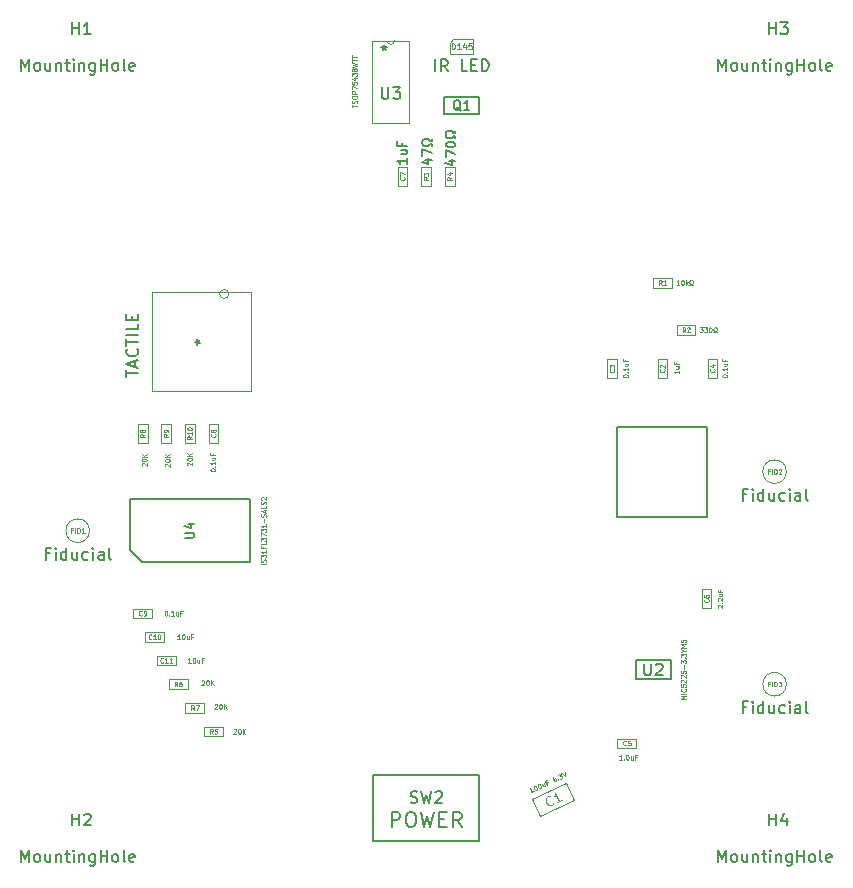
<source format=gbr>
%TF.GenerationSoftware,KiCad,Pcbnew,(5.1.12-1-10_14)*%
%TF.CreationDate,2021-12-01T14:47:09-05:00*%
%TF.ProjectId,blinky,626c696e-6b79-42e6-9b69-6361645f7063,rev?*%
%TF.SameCoordinates,Original*%
%TF.FileFunction,AssemblyDrawing,Top*%
%FSLAX46Y46*%
G04 Gerber Fmt 4.6, Leading zero omitted, Abs format (unit mm)*
G04 Created by KiCad (PCBNEW (5.1.12-1-10_14)) date 2021-12-01 14:47:09*
%MOMM*%
%LPD*%
G01*
G04 APERTURE LIST*
%ADD10C,0.150000*%
%ADD11C,0.100000*%
%ADD12C,0.060000*%
%ADD13C,0.080000*%
%ADD14C,0.120000*%
G04 APERTURE END LIST*
D10*
%TO.C,SW2*%
X185500000Y-106700000D02*
X194500000Y-106700000D01*
X185500000Y-112300000D02*
X185500000Y-106700000D01*
X194500000Y-112300000D02*
X185500000Y-112300000D01*
X194500000Y-106700000D02*
X194500000Y-112300000D01*
D11*
%TO.C,U3*%
X185425200Y-44520200D02*
X185425200Y-51479800D01*
X188574800Y-44520200D02*
X185425200Y-44520200D01*
X188574800Y-51479800D02*
X188574800Y-44520200D01*
X185425200Y-51479800D02*
X188574800Y-51479800D01*
X185425200Y-50209800D02*
X185425200Y-50209800D01*
X185425200Y-49600200D02*
X185425200Y-50209800D01*
X185425200Y-49600200D02*
X185425200Y-49600200D01*
X185425200Y-50209800D02*
X185425200Y-49600200D01*
X185425200Y-48939800D02*
X185425200Y-48939800D01*
X185425200Y-48330200D02*
X185425200Y-48939800D01*
X185425200Y-48330200D02*
X185425200Y-48330200D01*
X185425200Y-48939800D02*
X185425200Y-48330200D01*
X185425200Y-47669800D02*
X185425200Y-47669800D01*
X185425200Y-47060200D02*
X185425200Y-47669800D01*
X185425200Y-47060200D02*
X185425200Y-47060200D01*
X185425200Y-47669800D02*
X185425200Y-47060200D01*
X185425200Y-46399800D02*
X185425200Y-46399800D01*
X185425200Y-45790200D02*
X185425200Y-46399800D01*
X185425200Y-45790200D02*
X185425200Y-45790200D01*
X185425200Y-46399800D02*
X185425200Y-45790200D01*
X187304800Y-44520200D02*
G75*
G02*
X186695200Y-44520200I-304800J0D01*
G01*
D10*
%TO.C,U1*%
X213800000Y-84800000D02*
X206200000Y-84800000D01*
X213800000Y-77200000D02*
X213800000Y-84800000D01*
X206200000Y-77200000D02*
X213800000Y-77200000D01*
X206200000Y-84800000D02*
X206200000Y-77200000D01*
D11*
%TO.C,FID3*%
X220500000Y-99000000D02*
G75*
G03*
X220500000Y-99000000I-1000000J0D01*
G01*
%TO.C,FID2*%
X220500000Y-81000000D02*
G75*
G03*
X220500000Y-81000000I-1000000J0D01*
G01*
%TO.C,FID1*%
X161500000Y-86000000D02*
G75*
G03*
X161500000Y-86000000I-1000000J0D01*
G01*
D10*
%TO.C,U4*%
X165900000Y-88650000D02*
X164900000Y-87650000D01*
X175100000Y-88650000D02*
X165900000Y-88650000D01*
X175100000Y-83350000D02*
X175100000Y-88650000D01*
X164900000Y-83350000D02*
X175100000Y-83350000D01*
X164900000Y-87650000D02*
X164900000Y-83350000D01*
%TO.C,U2*%
X210700000Y-96950000D02*
X210700000Y-98550000D01*
X207800000Y-96950000D02*
X210700000Y-96950000D01*
X207800000Y-98550000D02*
X207800000Y-96950000D01*
X210700000Y-98550000D02*
X207800000Y-98550000D01*
D11*
%TO.C,SW1*%
X173286000Y-65948700D02*
G75*
G03*
X173286000Y-65948700I-381000J0D01*
G01*
X175203700Y-65796300D02*
X166796300Y-65796300D01*
X175203700Y-74203700D02*
X175203700Y-65796300D01*
X166796300Y-74203700D02*
X175203700Y-74203700D01*
X166796300Y-65796300D02*
X166796300Y-74203700D01*
%TO.C,R10*%
X170412500Y-76950000D02*
X170412500Y-78550000D01*
X169587500Y-76950000D02*
X170412500Y-76950000D01*
X169587500Y-78550000D02*
X169587500Y-76950000D01*
X170412500Y-78550000D02*
X169587500Y-78550000D01*
%TO.C,R9*%
X167587500Y-78550000D02*
X167587500Y-76950000D01*
X168412500Y-78550000D02*
X167587500Y-78550000D01*
X168412500Y-76950000D02*
X168412500Y-78550000D01*
X167587500Y-76950000D02*
X168412500Y-76950000D01*
%TO.C,R8*%
X165587500Y-78550000D02*
X165587500Y-76950000D01*
X166412500Y-78550000D02*
X165587500Y-78550000D01*
X166412500Y-76950000D02*
X166412500Y-78550000D01*
X165587500Y-76950000D02*
X166412500Y-76950000D01*
%TO.C,R7*%
X171225000Y-101412500D02*
X169625000Y-101412500D01*
X171225000Y-100587500D02*
X171225000Y-101412500D01*
X169625000Y-100587500D02*
X171225000Y-100587500D01*
X169625000Y-101412500D02*
X169625000Y-100587500D01*
%TO.C,R6*%
X168200000Y-98587500D02*
X169800000Y-98587500D01*
X168200000Y-99412500D02*
X168200000Y-98587500D01*
X169800000Y-99412500D02*
X168200000Y-99412500D01*
X169800000Y-98587500D02*
X169800000Y-99412500D01*
%TO.C,R5*%
X171200000Y-102587500D02*
X172800000Y-102587500D01*
X171200000Y-103412500D02*
X171200000Y-102587500D01*
X172800000Y-103412500D02*
X171200000Y-103412500D01*
X172800000Y-102587500D02*
X172800000Y-103412500D01*
%TO.C,R4*%
X192412500Y-55200000D02*
X192412500Y-56800000D01*
X191587500Y-55200000D02*
X192412500Y-55200000D01*
X191587500Y-56800000D02*
X191587500Y-55200000D01*
X192412500Y-56800000D02*
X191587500Y-56800000D01*
%TO.C,R3*%
X190412500Y-55200000D02*
X190412500Y-56800000D01*
X189587500Y-55200000D02*
X190412500Y-55200000D01*
X189587500Y-56800000D02*
X189587500Y-55200000D01*
X190412500Y-56800000D02*
X189587500Y-56800000D01*
%TO.C,R2*%
X212800000Y-69412500D02*
X211200000Y-69412500D01*
X212800000Y-68587500D02*
X212800000Y-69412500D01*
X211200000Y-68587500D02*
X212800000Y-68587500D01*
X211200000Y-69412500D02*
X211200000Y-68587500D01*
%TO.C,R1*%
X210800000Y-65412500D02*
X209200000Y-65412500D01*
X210800000Y-64587500D02*
X210800000Y-65412500D01*
X209200000Y-64587500D02*
X210800000Y-64587500D01*
X209200000Y-65412500D02*
X209200000Y-64587500D01*
D10*
%TO.C,Q1*%
X194500000Y-50700000D02*
X191500000Y-50700000D01*
X194500000Y-49300000D02*
X194500000Y-50700000D01*
X191500000Y-49300000D02*
X194500000Y-49300000D01*
X191500000Y-50700000D02*
X191500000Y-49300000D01*
D11*
%TO.C,D145*%
X194000000Y-45600000D02*
X194000000Y-44400000D01*
X192000000Y-45600000D02*
X194000000Y-45600000D01*
X192000000Y-44700000D02*
X192000000Y-45600000D01*
X192300000Y-44400000D02*
X192000000Y-44700000D01*
X194000000Y-44400000D02*
X192300000Y-44400000D01*
%TO.C,C11*%
X167200000Y-96600000D02*
X168800000Y-96600000D01*
X167200000Y-97400000D02*
X167200000Y-96600000D01*
X168800000Y-97400000D02*
X167200000Y-97400000D01*
X168800000Y-96600000D02*
X168800000Y-97400000D01*
%TO.C,C10*%
X166200000Y-94600000D02*
X167800000Y-94600000D01*
X166200000Y-95400000D02*
X166200000Y-94600000D01*
X167800000Y-95400000D02*
X166200000Y-95400000D01*
X167800000Y-94600000D02*
X167800000Y-95400000D01*
%TO.C,C9*%
X165200000Y-92600000D02*
X166800000Y-92600000D01*
X165200000Y-93400000D02*
X165200000Y-92600000D01*
X166800000Y-93400000D02*
X165200000Y-93400000D01*
X166800000Y-92600000D02*
X166800000Y-93400000D01*
%TO.C,C8*%
X172400000Y-76950000D02*
X172400000Y-78550000D01*
X171600000Y-76950000D02*
X172400000Y-76950000D01*
X171600000Y-78550000D02*
X171600000Y-76950000D01*
X172400000Y-78550000D02*
X171600000Y-78550000D01*
%TO.C,C7*%
X187600000Y-56800000D02*
X187600000Y-55200000D01*
X188400000Y-56800000D02*
X187600000Y-56800000D01*
X188400000Y-55200000D02*
X188400000Y-56800000D01*
X187600000Y-55200000D02*
X188400000Y-55200000D01*
%TO.C,C6*%
X214150000Y-90950000D02*
X214150000Y-92550000D01*
X213350000Y-90950000D02*
X214150000Y-90950000D01*
X213350000Y-92550000D02*
X213350000Y-90950000D01*
X214150000Y-92550000D02*
X213350000Y-92550000D01*
%TO.C,C5*%
X207800000Y-104400000D02*
X206200000Y-104400000D01*
X207800000Y-103600000D02*
X207800000Y-104400000D01*
X206200000Y-103600000D02*
X207800000Y-103600000D01*
X206200000Y-104400000D02*
X206200000Y-103600000D01*
%TO.C,C4*%
X214650000Y-71450000D02*
X214650000Y-73050000D01*
X213850000Y-71450000D02*
X214650000Y-71450000D01*
X213850000Y-73050000D02*
X213850000Y-71450000D01*
X214650000Y-73050000D02*
X213850000Y-73050000D01*
%TO.C,C3*%
X206150000Y-71450000D02*
X206150000Y-73050000D01*
X205350000Y-71450000D02*
X206150000Y-71450000D01*
X205350000Y-73050000D02*
X205350000Y-71450000D01*
X206150000Y-73050000D02*
X205350000Y-73050000D01*
%TO.C,C2*%
X210400000Y-71450000D02*
X210400000Y-73050000D01*
X209600000Y-71450000D02*
X210400000Y-71450000D01*
X209600000Y-73050000D02*
X209600000Y-71450000D01*
X210400000Y-73050000D02*
X209600000Y-73050000D01*
%TO.C,C1*%
X202538187Y-108798857D02*
X199638002Y-110151235D01*
X201861998Y-107348765D02*
X202538187Y-108798857D01*
X198961813Y-108701143D02*
X201861998Y-107348765D01*
X199638002Y-110151235D02*
X198961813Y-108701143D01*
%TD*%
%TO.C,SW2*%
D10*
X188687976Y-109004761D02*
X188830833Y-109052380D01*
X189068928Y-109052380D01*
X189164166Y-109004761D01*
X189211785Y-108957142D01*
X189259404Y-108861904D01*
X189259404Y-108766666D01*
X189211785Y-108671428D01*
X189164166Y-108623809D01*
X189068928Y-108576190D01*
X188878452Y-108528571D01*
X188783214Y-108480952D01*
X188735595Y-108433333D01*
X188687976Y-108338095D01*
X188687976Y-108242857D01*
X188735595Y-108147619D01*
X188783214Y-108100000D01*
X188878452Y-108052380D01*
X189116547Y-108052380D01*
X189259404Y-108100000D01*
X189592738Y-108052380D02*
X189830833Y-109052380D01*
X190021309Y-108338095D01*
X190211785Y-109052380D01*
X190449880Y-108052380D01*
X190783214Y-108147619D02*
X190830833Y-108100000D01*
X190926071Y-108052380D01*
X191164166Y-108052380D01*
X191259404Y-108100000D01*
X191307023Y-108147619D01*
X191354642Y-108242857D01*
X191354642Y-108338095D01*
X191307023Y-108480952D01*
X190735595Y-109052380D01*
X191354642Y-109052380D01*
X187066904Y-111074523D02*
X187066904Y-109804523D01*
X187550714Y-109804523D01*
X187671666Y-109865000D01*
X187732142Y-109925476D01*
X187792619Y-110046428D01*
X187792619Y-110227857D01*
X187732142Y-110348809D01*
X187671666Y-110409285D01*
X187550714Y-110469761D01*
X187066904Y-110469761D01*
X188578809Y-109804523D02*
X188820714Y-109804523D01*
X188941666Y-109865000D01*
X189062619Y-109985952D01*
X189123095Y-110227857D01*
X189123095Y-110651190D01*
X189062619Y-110893095D01*
X188941666Y-111014047D01*
X188820714Y-111074523D01*
X188578809Y-111074523D01*
X188457857Y-111014047D01*
X188336904Y-110893095D01*
X188276428Y-110651190D01*
X188276428Y-110227857D01*
X188336904Y-109985952D01*
X188457857Y-109865000D01*
X188578809Y-109804523D01*
X189546428Y-109804523D02*
X189848809Y-111074523D01*
X190090714Y-110167380D01*
X190332619Y-111074523D01*
X190635000Y-109804523D01*
X191118809Y-110409285D02*
X191542142Y-110409285D01*
X191723571Y-111074523D02*
X191118809Y-111074523D01*
X191118809Y-109804523D01*
X191723571Y-109804523D01*
X192993571Y-111074523D02*
X192570238Y-110469761D01*
X192267857Y-111074523D02*
X192267857Y-109804523D01*
X192751666Y-109804523D01*
X192872619Y-109865000D01*
X192933095Y-109925476D01*
X192993571Y-110046428D01*
X192993571Y-110227857D01*
X192933095Y-110348809D01*
X192872619Y-110409285D01*
X192751666Y-110469761D01*
X192267857Y-110469761D01*
%TO.C,U3*%
X186238095Y-48452380D02*
X186238095Y-49261904D01*
X186285714Y-49357142D01*
X186333333Y-49404761D01*
X186428571Y-49452380D01*
X186619047Y-49452380D01*
X186714285Y-49404761D01*
X186761904Y-49357142D01*
X186809523Y-49261904D01*
X186809523Y-48452380D01*
X187190476Y-48452380D02*
X187809523Y-48452380D01*
X187476190Y-48833333D01*
X187619047Y-48833333D01*
X187714285Y-48880952D01*
X187761904Y-48928571D01*
X187809523Y-49023809D01*
X187809523Y-49261904D01*
X187761904Y-49357142D01*
X187714285Y-49404761D01*
X187619047Y-49452380D01*
X187333333Y-49452380D01*
X187238095Y-49404761D01*
X187190476Y-49357142D01*
D11*
X183730952Y-50150000D02*
X183730952Y-49921428D01*
X184130952Y-50035714D02*
X183730952Y-50035714D01*
X184111904Y-49807142D02*
X184130952Y-49750000D01*
X184130952Y-49654761D01*
X184111904Y-49616666D01*
X184092857Y-49597619D01*
X184054761Y-49578571D01*
X184016666Y-49578571D01*
X183978571Y-49597619D01*
X183959523Y-49616666D01*
X183940476Y-49654761D01*
X183921428Y-49730952D01*
X183902380Y-49769047D01*
X183883333Y-49788095D01*
X183845238Y-49807142D01*
X183807142Y-49807142D01*
X183769047Y-49788095D01*
X183750000Y-49769047D01*
X183730952Y-49730952D01*
X183730952Y-49635714D01*
X183750000Y-49578571D01*
X183730952Y-49330952D02*
X183730952Y-49254761D01*
X183750000Y-49216666D01*
X183788095Y-49178571D01*
X183864285Y-49159523D01*
X183997619Y-49159523D01*
X184073809Y-49178571D01*
X184111904Y-49216666D01*
X184130952Y-49254761D01*
X184130952Y-49330952D01*
X184111904Y-49369047D01*
X184073809Y-49407142D01*
X183997619Y-49426190D01*
X183864285Y-49426190D01*
X183788095Y-49407142D01*
X183750000Y-49369047D01*
X183730952Y-49330952D01*
X184130952Y-48988095D02*
X183730952Y-48988095D01*
X183730952Y-48835714D01*
X183750000Y-48797619D01*
X183769047Y-48778571D01*
X183807142Y-48759523D01*
X183864285Y-48759523D01*
X183902380Y-48778571D01*
X183921428Y-48797619D01*
X183940476Y-48835714D01*
X183940476Y-48988095D01*
X183730952Y-48626190D02*
X183730952Y-48359523D01*
X184130952Y-48530952D01*
X183730952Y-48016666D02*
X183730952Y-48207142D01*
X183921428Y-48226190D01*
X183902380Y-48207142D01*
X183883333Y-48169047D01*
X183883333Y-48073809D01*
X183902380Y-48035714D01*
X183921428Y-48016666D01*
X183959523Y-47997619D01*
X184054761Y-47997619D01*
X184092857Y-48016666D01*
X184111904Y-48035714D01*
X184130952Y-48073809D01*
X184130952Y-48169047D01*
X184111904Y-48207142D01*
X184092857Y-48226190D01*
X183864285Y-47654761D02*
X184130952Y-47654761D01*
X183711904Y-47750000D02*
X183997619Y-47845238D01*
X183997619Y-47597619D01*
X183730952Y-47483333D02*
X183730952Y-47235714D01*
X183883333Y-47369047D01*
X183883333Y-47311904D01*
X183902380Y-47273809D01*
X183921428Y-47254761D01*
X183959523Y-47235714D01*
X184054761Y-47235714D01*
X184092857Y-47254761D01*
X184111904Y-47273809D01*
X184130952Y-47311904D01*
X184130952Y-47426190D01*
X184111904Y-47464285D01*
X184092857Y-47483333D01*
X183902380Y-47007142D02*
X183883333Y-47045238D01*
X183864285Y-47064285D01*
X183826190Y-47083333D01*
X183807142Y-47083333D01*
X183769047Y-47064285D01*
X183750000Y-47045238D01*
X183730952Y-47007142D01*
X183730952Y-46930952D01*
X183750000Y-46892857D01*
X183769047Y-46873809D01*
X183807142Y-46854761D01*
X183826190Y-46854761D01*
X183864285Y-46873809D01*
X183883333Y-46892857D01*
X183902380Y-46930952D01*
X183902380Y-47007142D01*
X183921428Y-47045238D01*
X183940476Y-47064285D01*
X183978571Y-47083333D01*
X184054761Y-47083333D01*
X184092857Y-47064285D01*
X184111904Y-47045238D01*
X184130952Y-47007142D01*
X184130952Y-46930952D01*
X184111904Y-46892857D01*
X184092857Y-46873809D01*
X184054761Y-46854761D01*
X183978571Y-46854761D01*
X183940476Y-46873809D01*
X183921428Y-46892857D01*
X183902380Y-46930952D01*
X183730952Y-46721428D02*
X184130952Y-46626190D01*
X183845238Y-46550000D01*
X184130952Y-46473809D01*
X183730952Y-46378571D01*
X183730952Y-46283333D02*
X183730952Y-46054761D01*
X184130952Y-46169047D02*
X183730952Y-46169047D01*
X183730952Y-45978571D02*
X183730952Y-45750000D01*
X184130952Y-45864285D02*
X183730952Y-45864285D01*
D10*
X186453900Y-44886980D02*
X186453900Y-45125076D01*
X186215804Y-45029838D02*
X186453900Y-45125076D01*
X186691995Y-45029838D01*
X186311042Y-45315552D02*
X186453900Y-45125076D01*
X186596757Y-45315552D01*
X186453900Y-44886980D02*
X186453900Y-45125076D01*
X186215804Y-45029838D02*
X186453900Y-45125076D01*
X186691995Y-45029838D01*
X186311042Y-45315552D02*
X186453900Y-45125076D01*
X186596757Y-45315552D01*
%TO.C,H4*%
X214714285Y-114052380D02*
X214714285Y-113052380D01*
X215047619Y-113766666D01*
X215380952Y-113052380D01*
X215380952Y-114052380D01*
X216000000Y-114052380D02*
X215904761Y-114004761D01*
X215857142Y-113957142D01*
X215809523Y-113861904D01*
X215809523Y-113576190D01*
X215857142Y-113480952D01*
X215904761Y-113433333D01*
X216000000Y-113385714D01*
X216142857Y-113385714D01*
X216238095Y-113433333D01*
X216285714Y-113480952D01*
X216333333Y-113576190D01*
X216333333Y-113861904D01*
X216285714Y-113957142D01*
X216238095Y-114004761D01*
X216142857Y-114052380D01*
X216000000Y-114052380D01*
X217190476Y-113385714D02*
X217190476Y-114052380D01*
X216761904Y-113385714D02*
X216761904Y-113909523D01*
X216809523Y-114004761D01*
X216904761Y-114052380D01*
X217047619Y-114052380D01*
X217142857Y-114004761D01*
X217190476Y-113957142D01*
X217666666Y-113385714D02*
X217666666Y-114052380D01*
X217666666Y-113480952D02*
X217714285Y-113433333D01*
X217809523Y-113385714D01*
X217952380Y-113385714D01*
X218047619Y-113433333D01*
X218095238Y-113528571D01*
X218095238Y-114052380D01*
X218428571Y-113385714D02*
X218809523Y-113385714D01*
X218571428Y-113052380D02*
X218571428Y-113909523D01*
X218619047Y-114004761D01*
X218714285Y-114052380D01*
X218809523Y-114052380D01*
X219142857Y-114052380D02*
X219142857Y-113385714D01*
X219142857Y-113052380D02*
X219095238Y-113100000D01*
X219142857Y-113147619D01*
X219190476Y-113100000D01*
X219142857Y-113052380D01*
X219142857Y-113147619D01*
X219619047Y-113385714D02*
X219619047Y-114052380D01*
X219619047Y-113480952D02*
X219666666Y-113433333D01*
X219761904Y-113385714D01*
X219904761Y-113385714D01*
X220000000Y-113433333D01*
X220047619Y-113528571D01*
X220047619Y-114052380D01*
X220952380Y-113385714D02*
X220952380Y-114195238D01*
X220904761Y-114290476D01*
X220857142Y-114338095D01*
X220761904Y-114385714D01*
X220619047Y-114385714D01*
X220523809Y-114338095D01*
X220952380Y-114004761D02*
X220857142Y-114052380D01*
X220666666Y-114052380D01*
X220571428Y-114004761D01*
X220523809Y-113957142D01*
X220476190Y-113861904D01*
X220476190Y-113576190D01*
X220523809Y-113480952D01*
X220571428Y-113433333D01*
X220666666Y-113385714D01*
X220857142Y-113385714D01*
X220952380Y-113433333D01*
X221428571Y-114052380D02*
X221428571Y-113052380D01*
X221428571Y-113528571D02*
X222000000Y-113528571D01*
X222000000Y-114052380D02*
X222000000Y-113052380D01*
X222619047Y-114052380D02*
X222523809Y-114004761D01*
X222476190Y-113957142D01*
X222428571Y-113861904D01*
X222428571Y-113576190D01*
X222476190Y-113480952D01*
X222523809Y-113433333D01*
X222619047Y-113385714D01*
X222761904Y-113385714D01*
X222857142Y-113433333D01*
X222904761Y-113480952D01*
X222952380Y-113576190D01*
X222952380Y-113861904D01*
X222904761Y-113957142D01*
X222857142Y-114004761D01*
X222761904Y-114052380D01*
X222619047Y-114052380D01*
X223523809Y-114052380D02*
X223428571Y-114004761D01*
X223380952Y-113909523D01*
X223380952Y-113052380D01*
X224285714Y-114004761D02*
X224190476Y-114052380D01*
X224000000Y-114052380D01*
X223904761Y-114004761D01*
X223857142Y-113909523D01*
X223857142Y-113528571D01*
X223904761Y-113433333D01*
X224000000Y-113385714D01*
X224190476Y-113385714D01*
X224285714Y-113433333D01*
X224333333Y-113528571D01*
X224333333Y-113623809D01*
X223857142Y-113719047D01*
X219038095Y-110952380D02*
X219038095Y-109952380D01*
X219038095Y-110428571D02*
X219609523Y-110428571D01*
X219609523Y-110952380D02*
X219609523Y-109952380D01*
X220514285Y-110285714D02*
X220514285Y-110952380D01*
X220276190Y-109904761D02*
X220038095Y-110619047D01*
X220657142Y-110619047D01*
%TO.C,H3*%
X214714285Y-47052380D02*
X214714285Y-46052380D01*
X215047619Y-46766666D01*
X215380952Y-46052380D01*
X215380952Y-47052380D01*
X216000000Y-47052380D02*
X215904761Y-47004761D01*
X215857142Y-46957142D01*
X215809523Y-46861904D01*
X215809523Y-46576190D01*
X215857142Y-46480952D01*
X215904761Y-46433333D01*
X216000000Y-46385714D01*
X216142857Y-46385714D01*
X216238095Y-46433333D01*
X216285714Y-46480952D01*
X216333333Y-46576190D01*
X216333333Y-46861904D01*
X216285714Y-46957142D01*
X216238095Y-47004761D01*
X216142857Y-47052380D01*
X216000000Y-47052380D01*
X217190476Y-46385714D02*
X217190476Y-47052380D01*
X216761904Y-46385714D02*
X216761904Y-46909523D01*
X216809523Y-47004761D01*
X216904761Y-47052380D01*
X217047619Y-47052380D01*
X217142857Y-47004761D01*
X217190476Y-46957142D01*
X217666666Y-46385714D02*
X217666666Y-47052380D01*
X217666666Y-46480952D02*
X217714285Y-46433333D01*
X217809523Y-46385714D01*
X217952380Y-46385714D01*
X218047619Y-46433333D01*
X218095238Y-46528571D01*
X218095238Y-47052380D01*
X218428571Y-46385714D02*
X218809523Y-46385714D01*
X218571428Y-46052380D02*
X218571428Y-46909523D01*
X218619047Y-47004761D01*
X218714285Y-47052380D01*
X218809523Y-47052380D01*
X219142857Y-47052380D02*
X219142857Y-46385714D01*
X219142857Y-46052380D02*
X219095238Y-46100000D01*
X219142857Y-46147619D01*
X219190476Y-46100000D01*
X219142857Y-46052380D01*
X219142857Y-46147619D01*
X219619047Y-46385714D02*
X219619047Y-47052380D01*
X219619047Y-46480952D02*
X219666666Y-46433333D01*
X219761904Y-46385714D01*
X219904761Y-46385714D01*
X220000000Y-46433333D01*
X220047619Y-46528571D01*
X220047619Y-47052380D01*
X220952380Y-46385714D02*
X220952380Y-47195238D01*
X220904761Y-47290476D01*
X220857142Y-47338095D01*
X220761904Y-47385714D01*
X220619047Y-47385714D01*
X220523809Y-47338095D01*
X220952380Y-47004761D02*
X220857142Y-47052380D01*
X220666666Y-47052380D01*
X220571428Y-47004761D01*
X220523809Y-46957142D01*
X220476190Y-46861904D01*
X220476190Y-46576190D01*
X220523809Y-46480952D01*
X220571428Y-46433333D01*
X220666666Y-46385714D01*
X220857142Y-46385714D01*
X220952380Y-46433333D01*
X221428571Y-47052380D02*
X221428571Y-46052380D01*
X221428571Y-46528571D02*
X222000000Y-46528571D01*
X222000000Y-47052380D02*
X222000000Y-46052380D01*
X222619047Y-47052380D02*
X222523809Y-47004761D01*
X222476190Y-46957142D01*
X222428571Y-46861904D01*
X222428571Y-46576190D01*
X222476190Y-46480952D01*
X222523809Y-46433333D01*
X222619047Y-46385714D01*
X222761904Y-46385714D01*
X222857142Y-46433333D01*
X222904761Y-46480952D01*
X222952380Y-46576190D01*
X222952380Y-46861904D01*
X222904761Y-46957142D01*
X222857142Y-47004761D01*
X222761904Y-47052380D01*
X222619047Y-47052380D01*
X223523809Y-47052380D02*
X223428571Y-47004761D01*
X223380952Y-46909523D01*
X223380952Y-46052380D01*
X224285714Y-47004761D02*
X224190476Y-47052380D01*
X224000000Y-47052380D01*
X223904761Y-47004761D01*
X223857142Y-46909523D01*
X223857142Y-46528571D01*
X223904761Y-46433333D01*
X224000000Y-46385714D01*
X224190476Y-46385714D01*
X224285714Y-46433333D01*
X224333333Y-46528571D01*
X224333333Y-46623809D01*
X223857142Y-46719047D01*
X219038095Y-43952380D02*
X219038095Y-42952380D01*
X219038095Y-43428571D02*
X219609523Y-43428571D01*
X219609523Y-43952380D02*
X219609523Y-42952380D01*
X219990476Y-42952380D02*
X220609523Y-42952380D01*
X220276190Y-43333333D01*
X220419047Y-43333333D01*
X220514285Y-43380952D01*
X220561904Y-43428571D01*
X220609523Y-43523809D01*
X220609523Y-43761904D01*
X220561904Y-43857142D01*
X220514285Y-43904761D01*
X220419047Y-43952380D01*
X220133333Y-43952380D01*
X220038095Y-43904761D01*
X219990476Y-43857142D01*
%TO.C,H2*%
X155714285Y-114052380D02*
X155714285Y-113052380D01*
X156047619Y-113766666D01*
X156380952Y-113052380D01*
X156380952Y-114052380D01*
X157000000Y-114052380D02*
X156904761Y-114004761D01*
X156857142Y-113957142D01*
X156809523Y-113861904D01*
X156809523Y-113576190D01*
X156857142Y-113480952D01*
X156904761Y-113433333D01*
X157000000Y-113385714D01*
X157142857Y-113385714D01*
X157238095Y-113433333D01*
X157285714Y-113480952D01*
X157333333Y-113576190D01*
X157333333Y-113861904D01*
X157285714Y-113957142D01*
X157238095Y-114004761D01*
X157142857Y-114052380D01*
X157000000Y-114052380D01*
X158190476Y-113385714D02*
X158190476Y-114052380D01*
X157761904Y-113385714D02*
X157761904Y-113909523D01*
X157809523Y-114004761D01*
X157904761Y-114052380D01*
X158047619Y-114052380D01*
X158142857Y-114004761D01*
X158190476Y-113957142D01*
X158666666Y-113385714D02*
X158666666Y-114052380D01*
X158666666Y-113480952D02*
X158714285Y-113433333D01*
X158809523Y-113385714D01*
X158952380Y-113385714D01*
X159047619Y-113433333D01*
X159095238Y-113528571D01*
X159095238Y-114052380D01*
X159428571Y-113385714D02*
X159809523Y-113385714D01*
X159571428Y-113052380D02*
X159571428Y-113909523D01*
X159619047Y-114004761D01*
X159714285Y-114052380D01*
X159809523Y-114052380D01*
X160142857Y-114052380D02*
X160142857Y-113385714D01*
X160142857Y-113052380D02*
X160095238Y-113100000D01*
X160142857Y-113147619D01*
X160190476Y-113100000D01*
X160142857Y-113052380D01*
X160142857Y-113147619D01*
X160619047Y-113385714D02*
X160619047Y-114052380D01*
X160619047Y-113480952D02*
X160666666Y-113433333D01*
X160761904Y-113385714D01*
X160904761Y-113385714D01*
X161000000Y-113433333D01*
X161047619Y-113528571D01*
X161047619Y-114052380D01*
X161952380Y-113385714D02*
X161952380Y-114195238D01*
X161904761Y-114290476D01*
X161857142Y-114338095D01*
X161761904Y-114385714D01*
X161619047Y-114385714D01*
X161523809Y-114338095D01*
X161952380Y-114004761D02*
X161857142Y-114052380D01*
X161666666Y-114052380D01*
X161571428Y-114004761D01*
X161523809Y-113957142D01*
X161476190Y-113861904D01*
X161476190Y-113576190D01*
X161523809Y-113480952D01*
X161571428Y-113433333D01*
X161666666Y-113385714D01*
X161857142Y-113385714D01*
X161952380Y-113433333D01*
X162428571Y-114052380D02*
X162428571Y-113052380D01*
X162428571Y-113528571D02*
X163000000Y-113528571D01*
X163000000Y-114052380D02*
X163000000Y-113052380D01*
X163619047Y-114052380D02*
X163523809Y-114004761D01*
X163476190Y-113957142D01*
X163428571Y-113861904D01*
X163428571Y-113576190D01*
X163476190Y-113480952D01*
X163523809Y-113433333D01*
X163619047Y-113385714D01*
X163761904Y-113385714D01*
X163857142Y-113433333D01*
X163904761Y-113480952D01*
X163952380Y-113576190D01*
X163952380Y-113861904D01*
X163904761Y-113957142D01*
X163857142Y-114004761D01*
X163761904Y-114052380D01*
X163619047Y-114052380D01*
X164523809Y-114052380D02*
X164428571Y-114004761D01*
X164380952Y-113909523D01*
X164380952Y-113052380D01*
X165285714Y-114004761D02*
X165190476Y-114052380D01*
X165000000Y-114052380D01*
X164904761Y-114004761D01*
X164857142Y-113909523D01*
X164857142Y-113528571D01*
X164904761Y-113433333D01*
X165000000Y-113385714D01*
X165190476Y-113385714D01*
X165285714Y-113433333D01*
X165333333Y-113528571D01*
X165333333Y-113623809D01*
X164857142Y-113719047D01*
X160038095Y-110952380D02*
X160038095Y-109952380D01*
X160038095Y-110428571D02*
X160609523Y-110428571D01*
X160609523Y-110952380D02*
X160609523Y-109952380D01*
X161038095Y-110047619D02*
X161085714Y-110000000D01*
X161180952Y-109952380D01*
X161419047Y-109952380D01*
X161514285Y-110000000D01*
X161561904Y-110047619D01*
X161609523Y-110142857D01*
X161609523Y-110238095D01*
X161561904Y-110380952D01*
X160990476Y-110952380D01*
X161609523Y-110952380D01*
%TO.C,H1*%
X155714285Y-47052380D02*
X155714285Y-46052380D01*
X156047619Y-46766666D01*
X156380952Y-46052380D01*
X156380952Y-47052380D01*
X157000000Y-47052380D02*
X156904761Y-47004761D01*
X156857142Y-46957142D01*
X156809523Y-46861904D01*
X156809523Y-46576190D01*
X156857142Y-46480952D01*
X156904761Y-46433333D01*
X157000000Y-46385714D01*
X157142857Y-46385714D01*
X157238095Y-46433333D01*
X157285714Y-46480952D01*
X157333333Y-46576190D01*
X157333333Y-46861904D01*
X157285714Y-46957142D01*
X157238095Y-47004761D01*
X157142857Y-47052380D01*
X157000000Y-47052380D01*
X158190476Y-46385714D02*
X158190476Y-47052380D01*
X157761904Y-46385714D02*
X157761904Y-46909523D01*
X157809523Y-47004761D01*
X157904761Y-47052380D01*
X158047619Y-47052380D01*
X158142857Y-47004761D01*
X158190476Y-46957142D01*
X158666666Y-46385714D02*
X158666666Y-47052380D01*
X158666666Y-46480952D02*
X158714285Y-46433333D01*
X158809523Y-46385714D01*
X158952380Y-46385714D01*
X159047619Y-46433333D01*
X159095238Y-46528571D01*
X159095238Y-47052380D01*
X159428571Y-46385714D02*
X159809523Y-46385714D01*
X159571428Y-46052380D02*
X159571428Y-46909523D01*
X159619047Y-47004761D01*
X159714285Y-47052380D01*
X159809523Y-47052380D01*
X160142857Y-47052380D02*
X160142857Y-46385714D01*
X160142857Y-46052380D02*
X160095238Y-46100000D01*
X160142857Y-46147619D01*
X160190476Y-46100000D01*
X160142857Y-46052380D01*
X160142857Y-46147619D01*
X160619047Y-46385714D02*
X160619047Y-47052380D01*
X160619047Y-46480952D02*
X160666666Y-46433333D01*
X160761904Y-46385714D01*
X160904761Y-46385714D01*
X161000000Y-46433333D01*
X161047619Y-46528571D01*
X161047619Y-47052380D01*
X161952380Y-46385714D02*
X161952380Y-47195238D01*
X161904761Y-47290476D01*
X161857142Y-47338095D01*
X161761904Y-47385714D01*
X161619047Y-47385714D01*
X161523809Y-47338095D01*
X161952380Y-47004761D02*
X161857142Y-47052380D01*
X161666666Y-47052380D01*
X161571428Y-47004761D01*
X161523809Y-46957142D01*
X161476190Y-46861904D01*
X161476190Y-46576190D01*
X161523809Y-46480952D01*
X161571428Y-46433333D01*
X161666666Y-46385714D01*
X161857142Y-46385714D01*
X161952380Y-46433333D01*
X162428571Y-47052380D02*
X162428571Y-46052380D01*
X162428571Y-46528571D02*
X163000000Y-46528571D01*
X163000000Y-47052380D02*
X163000000Y-46052380D01*
X163619047Y-47052380D02*
X163523809Y-47004761D01*
X163476190Y-46957142D01*
X163428571Y-46861904D01*
X163428571Y-46576190D01*
X163476190Y-46480952D01*
X163523809Y-46433333D01*
X163619047Y-46385714D01*
X163761904Y-46385714D01*
X163857142Y-46433333D01*
X163904761Y-46480952D01*
X163952380Y-46576190D01*
X163952380Y-46861904D01*
X163904761Y-46957142D01*
X163857142Y-47004761D01*
X163761904Y-47052380D01*
X163619047Y-47052380D01*
X164523809Y-47052380D02*
X164428571Y-47004761D01*
X164380952Y-46909523D01*
X164380952Y-46052380D01*
X165285714Y-47004761D02*
X165190476Y-47052380D01*
X165000000Y-47052380D01*
X164904761Y-47004761D01*
X164857142Y-46909523D01*
X164857142Y-46528571D01*
X164904761Y-46433333D01*
X165000000Y-46385714D01*
X165190476Y-46385714D01*
X165285714Y-46433333D01*
X165333333Y-46528571D01*
X165333333Y-46623809D01*
X164857142Y-46719047D01*
X160038095Y-43952380D02*
X160038095Y-42952380D01*
X160038095Y-43428571D02*
X160609523Y-43428571D01*
X160609523Y-43952380D02*
X160609523Y-42952380D01*
X161609523Y-43952380D02*
X161038095Y-43952380D01*
X161323809Y-43952380D02*
X161323809Y-42952380D01*
X161228571Y-43095238D01*
X161133333Y-43190476D01*
X161038095Y-43238095D01*
%TO.C,FID3*%
X217119047Y-100928571D02*
X216785714Y-100928571D01*
X216785714Y-101452380D02*
X216785714Y-100452380D01*
X217261904Y-100452380D01*
X217642857Y-101452380D02*
X217642857Y-100785714D01*
X217642857Y-100452380D02*
X217595238Y-100500000D01*
X217642857Y-100547619D01*
X217690476Y-100500000D01*
X217642857Y-100452380D01*
X217642857Y-100547619D01*
X218547619Y-101452380D02*
X218547619Y-100452380D01*
X218547619Y-101404761D02*
X218452380Y-101452380D01*
X218261904Y-101452380D01*
X218166666Y-101404761D01*
X218119047Y-101357142D01*
X218071428Y-101261904D01*
X218071428Y-100976190D01*
X218119047Y-100880952D01*
X218166666Y-100833333D01*
X218261904Y-100785714D01*
X218452380Y-100785714D01*
X218547619Y-100833333D01*
X219452380Y-100785714D02*
X219452380Y-101452380D01*
X219023809Y-100785714D02*
X219023809Y-101309523D01*
X219071428Y-101404761D01*
X219166666Y-101452380D01*
X219309523Y-101452380D01*
X219404761Y-101404761D01*
X219452380Y-101357142D01*
X220357142Y-101404761D02*
X220261904Y-101452380D01*
X220071428Y-101452380D01*
X219976190Y-101404761D01*
X219928571Y-101357142D01*
X219880952Y-101261904D01*
X219880952Y-100976190D01*
X219928571Y-100880952D01*
X219976190Y-100833333D01*
X220071428Y-100785714D01*
X220261904Y-100785714D01*
X220357142Y-100833333D01*
X220785714Y-101452380D02*
X220785714Y-100785714D01*
X220785714Y-100452380D02*
X220738095Y-100500000D01*
X220785714Y-100547619D01*
X220833333Y-100500000D01*
X220785714Y-100452380D01*
X220785714Y-100547619D01*
X221690476Y-101452380D02*
X221690476Y-100928571D01*
X221642857Y-100833333D01*
X221547619Y-100785714D01*
X221357142Y-100785714D01*
X221261904Y-100833333D01*
X221690476Y-101404761D02*
X221595238Y-101452380D01*
X221357142Y-101452380D01*
X221261904Y-101404761D01*
X221214285Y-101309523D01*
X221214285Y-101214285D01*
X221261904Y-101119047D01*
X221357142Y-101071428D01*
X221595238Y-101071428D01*
X221690476Y-101023809D01*
X222309523Y-101452380D02*
X222214285Y-101404761D01*
X222166666Y-101309523D01*
X222166666Y-100452380D01*
D12*
X219071428Y-98971428D02*
X218938095Y-98971428D01*
X218938095Y-99180952D02*
X218938095Y-98780952D01*
X219128571Y-98780952D01*
X219280952Y-99180952D02*
X219280952Y-98780952D01*
X219471428Y-99180952D02*
X219471428Y-98780952D01*
X219566666Y-98780952D01*
X219623809Y-98800000D01*
X219661904Y-98838095D01*
X219680952Y-98876190D01*
X219700000Y-98952380D01*
X219700000Y-99009523D01*
X219680952Y-99085714D01*
X219661904Y-99123809D01*
X219623809Y-99161904D01*
X219566666Y-99180952D01*
X219471428Y-99180952D01*
X219833333Y-98780952D02*
X220080952Y-98780952D01*
X219947619Y-98933333D01*
X220004761Y-98933333D01*
X220042857Y-98952380D01*
X220061904Y-98971428D01*
X220080952Y-99009523D01*
X220080952Y-99104761D01*
X220061904Y-99142857D01*
X220042857Y-99161904D01*
X220004761Y-99180952D01*
X219890476Y-99180952D01*
X219852380Y-99161904D01*
X219833333Y-99142857D01*
%TO.C,FID2*%
D10*
X217119047Y-82928571D02*
X216785714Y-82928571D01*
X216785714Y-83452380D02*
X216785714Y-82452380D01*
X217261904Y-82452380D01*
X217642857Y-83452380D02*
X217642857Y-82785714D01*
X217642857Y-82452380D02*
X217595238Y-82500000D01*
X217642857Y-82547619D01*
X217690476Y-82500000D01*
X217642857Y-82452380D01*
X217642857Y-82547619D01*
X218547619Y-83452380D02*
X218547619Y-82452380D01*
X218547619Y-83404761D02*
X218452380Y-83452380D01*
X218261904Y-83452380D01*
X218166666Y-83404761D01*
X218119047Y-83357142D01*
X218071428Y-83261904D01*
X218071428Y-82976190D01*
X218119047Y-82880952D01*
X218166666Y-82833333D01*
X218261904Y-82785714D01*
X218452380Y-82785714D01*
X218547619Y-82833333D01*
X219452380Y-82785714D02*
X219452380Y-83452380D01*
X219023809Y-82785714D02*
X219023809Y-83309523D01*
X219071428Y-83404761D01*
X219166666Y-83452380D01*
X219309523Y-83452380D01*
X219404761Y-83404761D01*
X219452380Y-83357142D01*
X220357142Y-83404761D02*
X220261904Y-83452380D01*
X220071428Y-83452380D01*
X219976190Y-83404761D01*
X219928571Y-83357142D01*
X219880952Y-83261904D01*
X219880952Y-82976190D01*
X219928571Y-82880952D01*
X219976190Y-82833333D01*
X220071428Y-82785714D01*
X220261904Y-82785714D01*
X220357142Y-82833333D01*
X220785714Y-83452380D02*
X220785714Y-82785714D01*
X220785714Y-82452380D02*
X220738095Y-82500000D01*
X220785714Y-82547619D01*
X220833333Y-82500000D01*
X220785714Y-82452380D01*
X220785714Y-82547619D01*
X221690476Y-83452380D02*
X221690476Y-82928571D01*
X221642857Y-82833333D01*
X221547619Y-82785714D01*
X221357142Y-82785714D01*
X221261904Y-82833333D01*
X221690476Y-83404761D02*
X221595238Y-83452380D01*
X221357142Y-83452380D01*
X221261904Y-83404761D01*
X221214285Y-83309523D01*
X221214285Y-83214285D01*
X221261904Y-83119047D01*
X221357142Y-83071428D01*
X221595238Y-83071428D01*
X221690476Y-83023809D01*
X222309523Y-83452380D02*
X222214285Y-83404761D01*
X222166666Y-83309523D01*
X222166666Y-82452380D01*
D12*
X219071428Y-80971428D02*
X218938095Y-80971428D01*
X218938095Y-81180952D02*
X218938095Y-80780952D01*
X219128571Y-80780952D01*
X219280952Y-81180952D02*
X219280952Y-80780952D01*
X219471428Y-81180952D02*
X219471428Y-80780952D01*
X219566666Y-80780952D01*
X219623809Y-80800000D01*
X219661904Y-80838095D01*
X219680952Y-80876190D01*
X219700000Y-80952380D01*
X219700000Y-81009523D01*
X219680952Y-81085714D01*
X219661904Y-81123809D01*
X219623809Y-81161904D01*
X219566666Y-81180952D01*
X219471428Y-81180952D01*
X219852380Y-80819047D02*
X219871428Y-80800000D01*
X219909523Y-80780952D01*
X220004761Y-80780952D01*
X220042857Y-80800000D01*
X220061904Y-80819047D01*
X220080952Y-80857142D01*
X220080952Y-80895238D01*
X220061904Y-80952380D01*
X219833333Y-81180952D01*
X220080952Y-81180952D01*
%TO.C,FID1*%
D10*
X158119047Y-87928571D02*
X157785714Y-87928571D01*
X157785714Y-88452380D02*
X157785714Y-87452380D01*
X158261904Y-87452380D01*
X158642857Y-88452380D02*
X158642857Y-87785714D01*
X158642857Y-87452380D02*
X158595238Y-87500000D01*
X158642857Y-87547619D01*
X158690476Y-87500000D01*
X158642857Y-87452380D01*
X158642857Y-87547619D01*
X159547619Y-88452380D02*
X159547619Y-87452380D01*
X159547619Y-88404761D02*
X159452380Y-88452380D01*
X159261904Y-88452380D01*
X159166666Y-88404761D01*
X159119047Y-88357142D01*
X159071428Y-88261904D01*
X159071428Y-87976190D01*
X159119047Y-87880952D01*
X159166666Y-87833333D01*
X159261904Y-87785714D01*
X159452380Y-87785714D01*
X159547619Y-87833333D01*
X160452380Y-87785714D02*
X160452380Y-88452380D01*
X160023809Y-87785714D02*
X160023809Y-88309523D01*
X160071428Y-88404761D01*
X160166666Y-88452380D01*
X160309523Y-88452380D01*
X160404761Y-88404761D01*
X160452380Y-88357142D01*
X161357142Y-88404761D02*
X161261904Y-88452380D01*
X161071428Y-88452380D01*
X160976190Y-88404761D01*
X160928571Y-88357142D01*
X160880952Y-88261904D01*
X160880952Y-87976190D01*
X160928571Y-87880952D01*
X160976190Y-87833333D01*
X161071428Y-87785714D01*
X161261904Y-87785714D01*
X161357142Y-87833333D01*
X161785714Y-88452380D02*
X161785714Y-87785714D01*
X161785714Y-87452380D02*
X161738095Y-87500000D01*
X161785714Y-87547619D01*
X161833333Y-87500000D01*
X161785714Y-87452380D01*
X161785714Y-87547619D01*
X162690476Y-88452380D02*
X162690476Y-87928571D01*
X162642857Y-87833333D01*
X162547619Y-87785714D01*
X162357142Y-87785714D01*
X162261904Y-87833333D01*
X162690476Y-88404761D02*
X162595238Y-88452380D01*
X162357142Y-88452380D01*
X162261904Y-88404761D01*
X162214285Y-88309523D01*
X162214285Y-88214285D01*
X162261904Y-88119047D01*
X162357142Y-88071428D01*
X162595238Y-88071428D01*
X162690476Y-88023809D01*
X163309523Y-88452380D02*
X163214285Y-88404761D01*
X163166666Y-88309523D01*
X163166666Y-87452380D01*
D12*
X160071428Y-85971428D02*
X159938095Y-85971428D01*
X159938095Y-86180952D02*
X159938095Y-85780952D01*
X160128571Y-85780952D01*
X160280952Y-86180952D02*
X160280952Y-85780952D01*
X160471428Y-86180952D02*
X160471428Y-85780952D01*
X160566666Y-85780952D01*
X160623809Y-85800000D01*
X160661904Y-85838095D01*
X160680952Y-85876190D01*
X160700000Y-85952380D01*
X160700000Y-86009523D01*
X160680952Y-86085714D01*
X160661904Y-86123809D01*
X160623809Y-86161904D01*
X160566666Y-86180952D01*
X160471428Y-86180952D01*
X161080952Y-86180952D02*
X160852380Y-86180952D01*
X160966666Y-86180952D02*
X160966666Y-85780952D01*
X160928571Y-85838095D01*
X160890476Y-85876190D01*
X160852380Y-85895238D01*
%TO.C,U4*%
D11*
X176430952Y-88819047D02*
X176030952Y-88819047D01*
X176411904Y-88647619D02*
X176430952Y-88590476D01*
X176430952Y-88495238D01*
X176411904Y-88457142D01*
X176392857Y-88438095D01*
X176354761Y-88419047D01*
X176316666Y-88419047D01*
X176278571Y-88438095D01*
X176259523Y-88457142D01*
X176240476Y-88495238D01*
X176221428Y-88571428D01*
X176202380Y-88609523D01*
X176183333Y-88628571D01*
X176145238Y-88647619D01*
X176107142Y-88647619D01*
X176069047Y-88628571D01*
X176050000Y-88609523D01*
X176030952Y-88571428D01*
X176030952Y-88476190D01*
X176050000Y-88419047D01*
X176030952Y-88285714D02*
X176030952Y-88038095D01*
X176183333Y-88171428D01*
X176183333Y-88114285D01*
X176202380Y-88076190D01*
X176221428Y-88057142D01*
X176259523Y-88038095D01*
X176354761Y-88038095D01*
X176392857Y-88057142D01*
X176411904Y-88076190D01*
X176430952Y-88114285D01*
X176430952Y-88228571D01*
X176411904Y-88266666D01*
X176392857Y-88285714D01*
X176430952Y-87657142D02*
X176430952Y-87885714D01*
X176430952Y-87771428D02*
X176030952Y-87771428D01*
X176088095Y-87809523D01*
X176126190Y-87847619D01*
X176145238Y-87885714D01*
X176221428Y-87352380D02*
X176221428Y-87485714D01*
X176430952Y-87485714D02*
X176030952Y-87485714D01*
X176030952Y-87295238D01*
X176430952Y-86952380D02*
X176430952Y-87142857D01*
X176030952Y-87142857D01*
X176030952Y-86857142D02*
X176030952Y-86609523D01*
X176183333Y-86742857D01*
X176183333Y-86685714D01*
X176202380Y-86647619D01*
X176221428Y-86628571D01*
X176259523Y-86609523D01*
X176354761Y-86609523D01*
X176392857Y-86628571D01*
X176411904Y-86647619D01*
X176430952Y-86685714D01*
X176430952Y-86800000D01*
X176411904Y-86838095D01*
X176392857Y-86857142D01*
X176030952Y-86476190D02*
X176030952Y-86209523D01*
X176430952Y-86380952D01*
X176030952Y-86095238D02*
X176030952Y-85847619D01*
X176183333Y-85980952D01*
X176183333Y-85923809D01*
X176202380Y-85885714D01*
X176221428Y-85866666D01*
X176259523Y-85847619D01*
X176354761Y-85847619D01*
X176392857Y-85866666D01*
X176411904Y-85885714D01*
X176430952Y-85923809D01*
X176430952Y-86038095D01*
X176411904Y-86076190D01*
X176392857Y-86095238D01*
X176430952Y-85466666D02*
X176430952Y-85695238D01*
X176430952Y-85580952D02*
X176030952Y-85580952D01*
X176088095Y-85619047D01*
X176126190Y-85657142D01*
X176145238Y-85695238D01*
X176278571Y-85295238D02*
X176278571Y-84990476D01*
X176411904Y-84819047D02*
X176430952Y-84761904D01*
X176430952Y-84666666D01*
X176411904Y-84628571D01*
X176392857Y-84609523D01*
X176354761Y-84590476D01*
X176316666Y-84590476D01*
X176278571Y-84609523D01*
X176259523Y-84628571D01*
X176240476Y-84666666D01*
X176221428Y-84742857D01*
X176202380Y-84780952D01*
X176183333Y-84800000D01*
X176145238Y-84819047D01*
X176107142Y-84819047D01*
X176069047Y-84800000D01*
X176050000Y-84780952D01*
X176030952Y-84742857D01*
X176030952Y-84647619D01*
X176050000Y-84590476D01*
X176316666Y-84438095D02*
X176316666Y-84247619D01*
X176430952Y-84476190D02*
X176030952Y-84342857D01*
X176430952Y-84209523D01*
X176430952Y-83885714D02*
X176430952Y-84076190D01*
X176030952Y-84076190D01*
X176411904Y-83771428D02*
X176430952Y-83714285D01*
X176430952Y-83619047D01*
X176411904Y-83580952D01*
X176392857Y-83561904D01*
X176354761Y-83542857D01*
X176316666Y-83542857D01*
X176278571Y-83561904D01*
X176259523Y-83580952D01*
X176240476Y-83619047D01*
X176221428Y-83695238D01*
X176202380Y-83733333D01*
X176183333Y-83752380D01*
X176145238Y-83771428D01*
X176107142Y-83771428D01*
X176069047Y-83752380D01*
X176050000Y-83733333D01*
X176030952Y-83695238D01*
X176030952Y-83600000D01*
X176050000Y-83542857D01*
X176069047Y-83390476D02*
X176050000Y-83371428D01*
X176030952Y-83333333D01*
X176030952Y-83238095D01*
X176050000Y-83200000D01*
X176069047Y-83180952D01*
X176107142Y-83161904D01*
X176145238Y-83161904D01*
X176202380Y-83180952D01*
X176430952Y-83409523D01*
X176430952Y-83161904D01*
D10*
X169561904Y-86609523D02*
X170209523Y-86609523D01*
X170285714Y-86571428D01*
X170323809Y-86533333D01*
X170361904Y-86457142D01*
X170361904Y-86304761D01*
X170323809Y-86228571D01*
X170285714Y-86190476D01*
X170209523Y-86152380D01*
X169561904Y-86152380D01*
X169828571Y-85428571D02*
X170361904Y-85428571D01*
X169523809Y-85619047D02*
X170095238Y-85809523D01*
X170095238Y-85314285D01*
%TO.C,U2*%
X208440595Y-97252380D02*
X208440595Y-98061904D01*
X208488214Y-98157142D01*
X208535833Y-98204761D01*
X208631071Y-98252380D01*
X208821547Y-98252380D01*
X208916785Y-98204761D01*
X208964404Y-98157142D01*
X209012023Y-98061904D01*
X209012023Y-97252380D01*
X209440595Y-97347619D02*
X209488214Y-97300000D01*
X209583452Y-97252380D01*
X209821547Y-97252380D01*
X209916785Y-97300000D01*
X209964404Y-97347619D01*
X210012023Y-97442857D01*
X210012023Y-97538095D01*
X209964404Y-97680952D01*
X209392976Y-98252380D01*
X210012023Y-98252380D01*
D11*
X211980952Y-100254761D02*
X211580952Y-100254761D01*
X211866666Y-100121428D01*
X211580952Y-99988095D01*
X211980952Y-99988095D01*
X211980952Y-99797619D02*
X211580952Y-99797619D01*
X211942857Y-99378571D02*
X211961904Y-99397619D01*
X211980952Y-99454761D01*
X211980952Y-99492857D01*
X211961904Y-99550000D01*
X211923809Y-99588095D01*
X211885714Y-99607142D01*
X211809523Y-99626190D01*
X211752380Y-99626190D01*
X211676190Y-99607142D01*
X211638095Y-99588095D01*
X211600000Y-99550000D01*
X211580952Y-99492857D01*
X211580952Y-99454761D01*
X211600000Y-99397619D01*
X211619047Y-99378571D01*
X211580952Y-99016666D02*
X211580952Y-99207142D01*
X211771428Y-99226190D01*
X211752380Y-99207142D01*
X211733333Y-99169047D01*
X211733333Y-99073809D01*
X211752380Y-99035714D01*
X211771428Y-99016666D01*
X211809523Y-98997619D01*
X211904761Y-98997619D01*
X211942857Y-99016666D01*
X211961904Y-99035714D01*
X211980952Y-99073809D01*
X211980952Y-99169047D01*
X211961904Y-99207142D01*
X211942857Y-99226190D01*
X211619047Y-98845238D02*
X211600000Y-98826190D01*
X211580952Y-98788095D01*
X211580952Y-98692857D01*
X211600000Y-98654761D01*
X211619047Y-98635714D01*
X211657142Y-98616666D01*
X211695238Y-98616666D01*
X211752380Y-98635714D01*
X211980952Y-98864285D01*
X211980952Y-98616666D01*
X211619047Y-98464285D02*
X211600000Y-98445238D01*
X211580952Y-98407142D01*
X211580952Y-98311904D01*
X211600000Y-98273809D01*
X211619047Y-98254761D01*
X211657142Y-98235714D01*
X211695238Y-98235714D01*
X211752380Y-98254761D01*
X211980952Y-98483333D01*
X211980952Y-98235714D01*
X211580952Y-97873809D02*
X211580952Y-98064285D01*
X211771428Y-98083333D01*
X211752380Y-98064285D01*
X211733333Y-98026190D01*
X211733333Y-97930952D01*
X211752380Y-97892857D01*
X211771428Y-97873809D01*
X211809523Y-97854761D01*
X211904761Y-97854761D01*
X211942857Y-97873809D01*
X211961904Y-97892857D01*
X211980952Y-97930952D01*
X211980952Y-98026190D01*
X211961904Y-98064285D01*
X211942857Y-98083333D01*
X211828571Y-97683333D02*
X211828571Y-97378571D01*
X211580952Y-97226190D02*
X211580952Y-96978571D01*
X211733333Y-97111904D01*
X211733333Y-97054761D01*
X211752380Y-97016666D01*
X211771428Y-96997619D01*
X211809523Y-96978571D01*
X211904761Y-96978571D01*
X211942857Y-96997619D01*
X211961904Y-97016666D01*
X211980952Y-97054761D01*
X211980952Y-97169047D01*
X211961904Y-97207142D01*
X211942857Y-97226190D01*
X211942857Y-96807142D02*
X211961904Y-96788095D01*
X211980952Y-96807142D01*
X211961904Y-96826190D01*
X211942857Y-96807142D01*
X211980952Y-96807142D01*
X211580952Y-96654761D02*
X211580952Y-96407142D01*
X211733333Y-96540476D01*
X211733333Y-96483333D01*
X211752380Y-96445238D01*
X211771428Y-96426190D01*
X211809523Y-96407142D01*
X211904761Y-96407142D01*
X211942857Y-96426190D01*
X211961904Y-96445238D01*
X211980952Y-96483333D01*
X211980952Y-96597619D01*
X211961904Y-96635714D01*
X211942857Y-96654761D01*
X211790476Y-96159523D02*
X211980952Y-96159523D01*
X211580952Y-96292857D02*
X211790476Y-96159523D01*
X211580952Y-96026190D01*
X211980952Y-95892857D02*
X211580952Y-95892857D01*
X211866666Y-95759523D01*
X211580952Y-95626190D01*
X211980952Y-95626190D01*
X211580952Y-95245238D02*
X211580952Y-95435714D01*
X211771428Y-95454761D01*
X211752380Y-95435714D01*
X211733333Y-95397619D01*
X211733333Y-95302380D01*
X211752380Y-95264285D01*
X211771428Y-95245238D01*
X211809523Y-95226190D01*
X211904761Y-95226190D01*
X211942857Y-95245238D01*
X211961904Y-95264285D01*
X211980952Y-95302380D01*
X211980952Y-95397619D01*
X211961904Y-95435714D01*
X211942857Y-95454761D01*
%TO.C,SW1*%
D10*
X164610380Y-72944476D02*
X164610380Y-72373047D01*
X165610380Y-72658761D02*
X164610380Y-72658761D01*
X165324666Y-72087333D02*
X165324666Y-71611142D01*
X165610380Y-72182571D02*
X164610380Y-71849238D01*
X165610380Y-71515904D01*
X165515142Y-70611142D02*
X165562761Y-70658761D01*
X165610380Y-70801619D01*
X165610380Y-70896857D01*
X165562761Y-71039714D01*
X165467523Y-71134952D01*
X165372285Y-71182571D01*
X165181809Y-71230190D01*
X165038952Y-71230190D01*
X164848476Y-71182571D01*
X164753238Y-71134952D01*
X164658000Y-71039714D01*
X164610380Y-70896857D01*
X164610380Y-70801619D01*
X164658000Y-70658761D01*
X164705619Y-70611142D01*
X164610380Y-70325428D02*
X164610380Y-69754000D01*
X165610380Y-70039714D02*
X164610380Y-70039714D01*
X165610380Y-69420666D02*
X164610380Y-69420666D01*
X165610380Y-68468285D02*
X165610380Y-68944476D01*
X164610380Y-68944476D01*
X165086571Y-68134952D02*
X165086571Y-67801619D01*
X165610380Y-67658761D02*
X165610380Y-68134952D01*
X164610380Y-68134952D01*
X164610380Y-67658761D01*
X170452380Y-70000000D02*
X170690476Y-70000000D01*
X170595238Y-70238095D02*
X170690476Y-70000000D01*
X170595238Y-69761904D01*
X170880952Y-70142857D02*
X170690476Y-70000000D01*
X170880952Y-69857142D01*
%TO.C,R10*%
D11*
X169819047Y-80454761D02*
X169800000Y-80435714D01*
X169780952Y-80397619D01*
X169780952Y-80302380D01*
X169800000Y-80264285D01*
X169819047Y-80245238D01*
X169857142Y-80226190D01*
X169895238Y-80226190D01*
X169952380Y-80245238D01*
X170180952Y-80473809D01*
X170180952Y-80226190D01*
X169780952Y-79978571D02*
X169780952Y-79940476D01*
X169800000Y-79902380D01*
X169819047Y-79883333D01*
X169857142Y-79864285D01*
X169933333Y-79845238D01*
X170028571Y-79845238D01*
X170104761Y-79864285D01*
X170142857Y-79883333D01*
X170161904Y-79902380D01*
X170180952Y-79940476D01*
X170180952Y-79978571D01*
X170161904Y-80016666D01*
X170142857Y-80035714D01*
X170104761Y-80054761D01*
X170028571Y-80073809D01*
X169933333Y-80073809D01*
X169857142Y-80054761D01*
X169819047Y-80035714D01*
X169800000Y-80016666D01*
X169780952Y-79978571D01*
X170180952Y-79673809D02*
X169780952Y-79673809D01*
X170180952Y-79445238D02*
X169952380Y-79616666D01*
X169780952Y-79445238D02*
X170009523Y-79673809D01*
D12*
X170180952Y-78007142D02*
X169990476Y-78140476D01*
X170180952Y-78235714D02*
X169780952Y-78235714D01*
X169780952Y-78083333D01*
X169800000Y-78045238D01*
X169819047Y-78026190D01*
X169857142Y-78007142D01*
X169914285Y-78007142D01*
X169952380Y-78026190D01*
X169971428Y-78045238D01*
X169990476Y-78083333D01*
X169990476Y-78235714D01*
X170180952Y-77626190D02*
X170180952Y-77854761D01*
X170180952Y-77740476D02*
X169780952Y-77740476D01*
X169838095Y-77778571D01*
X169876190Y-77816666D01*
X169895238Y-77854761D01*
X169780952Y-77378571D02*
X169780952Y-77340476D01*
X169800000Y-77302380D01*
X169819047Y-77283333D01*
X169857142Y-77264285D01*
X169933333Y-77245238D01*
X170028571Y-77245238D01*
X170104761Y-77264285D01*
X170142857Y-77283333D01*
X170161904Y-77302380D01*
X170180952Y-77340476D01*
X170180952Y-77378571D01*
X170161904Y-77416666D01*
X170142857Y-77435714D01*
X170104761Y-77454761D01*
X170028571Y-77473809D01*
X169933333Y-77473809D01*
X169857142Y-77454761D01*
X169819047Y-77435714D01*
X169800000Y-77416666D01*
X169780952Y-77378571D01*
%TO.C,R9*%
D11*
X167919047Y-80554761D02*
X167900000Y-80535714D01*
X167880952Y-80497619D01*
X167880952Y-80402380D01*
X167900000Y-80364285D01*
X167919047Y-80345238D01*
X167957142Y-80326190D01*
X167995238Y-80326190D01*
X168052380Y-80345238D01*
X168280952Y-80573809D01*
X168280952Y-80326190D01*
X167880952Y-80078571D02*
X167880952Y-80040476D01*
X167900000Y-80002380D01*
X167919047Y-79983333D01*
X167957142Y-79964285D01*
X168033333Y-79945238D01*
X168128571Y-79945238D01*
X168204761Y-79964285D01*
X168242857Y-79983333D01*
X168261904Y-80002380D01*
X168280952Y-80040476D01*
X168280952Y-80078571D01*
X168261904Y-80116666D01*
X168242857Y-80135714D01*
X168204761Y-80154761D01*
X168128571Y-80173809D01*
X168033333Y-80173809D01*
X167957142Y-80154761D01*
X167919047Y-80135714D01*
X167900000Y-80116666D01*
X167880952Y-80078571D01*
X168280952Y-79773809D02*
X167880952Y-79773809D01*
X168280952Y-79545238D02*
X168052380Y-79716666D01*
X167880952Y-79545238D02*
X168109523Y-79773809D01*
D12*
X168180952Y-77816666D02*
X167990476Y-77950000D01*
X168180952Y-78045238D02*
X167780952Y-78045238D01*
X167780952Y-77892857D01*
X167800000Y-77854761D01*
X167819047Y-77835714D01*
X167857142Y-77816666D01*
X167914285Y-77816666D01*
X167952380Y-77835714D01*
X167971428Y-77854761D01*
X167990476Y-77892857D01*
X167990476Y-78045238D01*
X168180952Y-77626190D02*
X168180952Y-77550000D01*
X168161904Y-77511904D01*
X168142857Y-77492857D01*
X168085714Y-77454761D01*
X168009523Y-77435714D01*
X167857142Y-77435714D01*
X167819047Y-77454761D01*
X167800000Y-77473809D01*
X167780952Y-77511904D01*
X167780952Y-77588095D01*
X167800000Y-77626190D01*
X167819047Y-77645238D01*
X167857142Y-77664285D01*
X167952380Y-77664285D01*
X167990476Y-77645238D01*
X168009523Y-77626190D01*
X168028571Y-77588095D01*
X168028571Y-77511904D01*
X168009523Y-77473809D01*
X167990476Y-77454761D01*
X167952380Y-77435714D01*
%TO.C,R8*%
D11*
X165969047Y-80504761D02*
X165950000Y-80485714D01*
X165930952Y-80447619D01*
X165930952Y-80352380D01*
X165950000Y-80314285D01*
X165969047Y-80295238D01*
X166007142Y-80276190D01*
X166045238Y-80276190D01*
X166102380Y-80295238D01*
X166330952Y-80523809D01*
X166330952Y-80276190D01*
X165930952Y-80028571D02*
X165930952Y-79990476D01*
X165950000Y-79952380D01*
X165969047Y-79933333D01*
X166007142Y-79914285D01*
X166083333Y-79895238D01*
X166178571Y-79895238D01*
X166254761Y-79914285D01*
X166292857Y-79933333D01*
X166311904Y-79952380D01*
X166330952Y-79990476D01*
X166330952Y-80028571D01*
X166311904Y-80066666D01*
X166292857Y-80085714D01*
X166254761Y-80104761D01*
X166178571Y-80123809D01*
X166083333Y-80123809D01*
X166007142Y-80104761D01*
X165969047Y-80085714D01*
X165950000Y-80066666D01*
X165930952Y-80028571D01*
X166330952Y-79723809D02*
X165930952Y-79723809D01*
X166330952Y-79495238D02*
X166102380Y-79666666D01*
X165930952Y-79495238D02*
X166159523Y-79723809D01*
D12*
X166180952Y-77816666D02*
X165990476Y-77950000D01*
X166180952Y-78045238D02*
X165780952Y-78045238D01*
X165780952Y-77892857D01*
X165800000Y-77854761D01*
X165819047Y-77835714D01*
X165857142Y-77816666D01*
X165914285Y-77816666D01*
X165952380Y-77835714D01*
X165971428Y-77854761D01*
X165990476Y-77892857D01*
X165990476Y-78045238D01*
X165952380Y-77588095D02*
X165933333Y-77626190D01*
X165914285Y-77645238D01*
X165876190Y-77664285D01*
X165857142Y-77664285D01*
X165819047Y-77645238D01*
X165800000Y-77626190D01*
X165780952Y-77588095D01*
X165780952Y-77511904D01*
X165800000Y-77473809D01*
X165819047Y-77454761D01*
X165857142Y-77435714D01*
X165876190Y-77435714D01*
X165914285Y-77454761D01*
X165933333Y-77473809D01*
X165952380Y-77511904D01*
X165952380Y-77588095D01*
X165971428Y-77626190D01*
X165990476Y-77645238D01*
X166028571Y-77664285D01*
X166104761Y-77664285D01*
X166142857Y-77645238D01*
X166161904Y-77626190D01*
X166180952Y-77588095D01*
X166180952Y-77511904D01*
X166161904Y-77473809D01*
X166142857Y-77454761D01*
X166104761Y-77435714D01*
X166028571Y-77435714D01*
X165990476Y-77454761D01*
X165971428Y-77473809D01*
X165952380Y-77511904D01*
%TO.C,R7*%
D11*
X173695238Y-102819047D02*
X173714285Y-102800000D01*
X173752380Y-102780952D01*
X173847619Y-102780952D01*
X173885714Y-102800000D01*
X173904761Y-102819047D01*
X173923809Y-102857142D01*
X173923809Y-102895238D01*
X173904761Y-102952380D01*
X173676190Y-103180952D01*
X173923809Y-103180952D01*
X174171428Y-102780952D02*
X174209523Y-102780952D01*
X174247619Y-102800000D01*
X174266666Y-102819047D01*
X174285714Y-102857142D01*
X174304761Y-102933333D01*
X174304761Y-103028571D01*
X174285714Y-103104761D01*
X174266666Y-103142857D01*
X174247619Y-103161904D01*
X174209523Y-103180952D01*
X174171428Y-103180952D01*
X174133333Y-103161904D01*
X174114285Y-103142857D01*
X174095238Y-103104761D01*
X174076190Y-103028571D01*
X174076190Y-102933333D01*
X174095238Y-102857142D01*
X174114285Y-102819047D01*
X174133333Y-102800000D01*
X174171428Y-102780952D01*
X174476190Y-103180952D02*
X174476190Y-102780952D01*
X174704761Y-103180952D02*
X174533333Y-102952380D01*
X174704761Y-102780952D02*
X174476190Y-103009523D01*
D12*
X170358333Y-101180952D02*
X170225000Y-100990476D01*
X170129761Y-101180952D02*
X170129761Y-100780952D01*
X170282142Y-100780952D01*
X170320238Y-100800000D01*
X170339285Y-100819047D01*
X170358333Y-100857142D01*
X170358333Y-100914285D01*
X170339285Y-100952380D01*
X170320238Y-100971428D01*
X170282142Y-100990476D01*
X170129761Y-100990476D01*
X170491666Y-100780952D02*
X170758333Y-100780952D01*
X170586904Y-101180952D01*
%TO.C,R6*%
D11*
X170995238Y-98719047D02*
X171014285Y-98700000D01*
X171052380Y-98680952D01*
X171147619Y-98680952D01*
X171185714Y-98700000D01*
X171204761Y-98719047D01*
X171223809Y-98757142D01*
X171223809Y-98795238D01*
X171204761Y-98852380D01*
X170976190Y-99080952D01*
X171223809Y-99080952D01*
X171471428Y-98680952D02*
X171509523Y-98680952D01*
X171547619Y-98700000D01*
X171566666Y-98719047D01*
X171585714Y-98757142D01*
X171604761Y-98833333D01*
X171604761Y-98928571D01*
X171585714Y-99004761D01*
X171566666Y-99042857D01*
X171547619Y-99061904D01*
X171509523Y-99080952D01*
X171471428Y-99080952D01*
X171433333Y-99061904D01*
X171414285Y-99042857D01*
X171395238Y-99004761D01*
X171376190Y-98928571D01*
X171376190Y-98833333D01*
X171395238Y-98757142D01*
X171414285Y-98719047D01*
X171433333Y-98700000D01*
X171471428Y-98680952D01*
X171776190Y-99080952D02*
X171776190Y-98680952D01*
X172004761Y-99080952D02*
X171833333Y-98852380D01*
X172004761Y-98680952D02*
X171776190Y-98909523D01*
D12*
X168933333Y-99180952D02*
X168800000Y-98990476D01*
X168704761Y-99180952D02*
X168704761Y-98780952D01*
X168857142Y-98780952D01*
X168895238Y-98800000D01*
X168914285Y-98819047D01*
X168933333Y-98857142D01*
X168933333Y-98914285D01*
X168914285Y-98952380D01*
X168895238Y-98971428D01*
X168857142Y-98990476D01*
X168704761Y-98990476D01*
X169276190Y-98780952D02*
X169200000Y-98780952D01*
X169161904Y-98800000D01*
X169142857Y-98819047D01*
X169104761Y-98876190D01*
X169085714Y-98952380D01*
X169085714Y-99104761D01*
X169104761Y-99142857D01*
X169123809Y-99161904D01*
X169161904Y-99180952D01*
X169238095Y-99180952D01*
X169276190Y-99161904D01*
X169295238Y-99142857D01*
X169314285Y-99104761D01*
X169314285Y-99009523D01*
X169295238Y-98971428D01*
X169276190Y-98952380D01*
X169238095Y-98933333D01*
X169161904Y-98933333D01*
X169123809Y-98952380D01*
X169104761Y-98971428D01*
X169085714Y-99009523D01*
%TO.C,R5*%
D11*
X172095238Y-100719047D02*
X172114285Y-100700000D01*
X172152380Y-100680952D01*
X172247619Y-100680952D01*
X172285714Y-100700000D01*
X172304761Y-100719047D01*
X172323809Y-100757142D01*
X172323809Y-100795238D01*
X172304761Y-100852380D01*
X172076190Y-101080952D01*
X172323809Y-101080952D01*
X172571428Y-100680952D02*
X172609523Y-100680952D01*
X172647619Y-100700000D01*
X172666666Y-100719047D01*
X172685714Y-100757142D01*
X172704761Y-100833333D01*
X172704761Y-100928571D01*
X172685714Y-101004761D01*
X172666666Y-101042857D01*
X172647619Y-101061904D01*
X172609523Y-101080952D01*
X172571428Y-101080952D01*
X172533333Y-101061904D01*
X172514285Y-101042857D01*
X172495238Y-101004761D01*
X172476190Y-100928571D01*
X172476190Y-100833333D01*
X172495238Y-100757142D01*
X172514285Y-100719047D01*
X172533333Y-100700000D01*
X172571428Y-100680952D01*
X172876190Y-101080952D02*
X172876190Y-100680952D01*
X173104761Y-101080952D02*
X172933333Y-100852380D01*
X173104761Y-100680952D02*
X172876190Y-100909523D01*
D12*
X171933333Y-103180952D02*
X171800000Y-102990476D01*
X171704761Y-103180952D02*
X171704761Y-102780952D01*
X171857142Y-102780952D01*
X171895238Y-102800000D01*
X171914285Y-102819047D01*
X171933333Y-102857142D01*
X171933333Y-102914285D01*
X171914285Y-102952380D01*
X171895238Y-102971428D01*
X171857142Y-102990476D01*
X171704761Y-102990476D01*
X172295238Y-102780952D02*
X172104761Y-102780952D01*
X172085714Y-102971428D01*
X172104761Y-102952380D01*
X172142857Y-102933333D01*
X172238095Y-102933333D01*
X172276190Y-102952380D01*
X172295238Y-102971428D01*
X172314285Y-103009523D01*
X172314285Y-103104761D01*
X172295238Y-103142857D01*
X172276190Y-103161904D01*
X172238095Y-103180952D01*
X172142857Y-103180952D01*
X172104761Y-103161904D01*
X172085714Y-103142857D01*
%TO.C,R4*%
D10*
X191928571Y-54666666D02*
X192461904Y-54666666D01*
X191623809Y-54857142D02*
X192195238Y-55047619D01*
X192195238Y-54552380D01*
X191661904Y-54323809D02*
X191661904Y-53790476D01*
X192461904Y-54133333D01*
X191661904Y-53333333D02*
X191661904Y-53257142D01*
X191700000Y-53180952D01*
X191738095Y-53142857D01*
X191814285Y-53104761D01*
X191966666Y-53066666D01*
X192157142Y-53066666D01*
X192309523Y-53104761D01*
X192385714Y-53142857D01*
X192423809Y-53180952D01*
X192461904Y-53257142D01*
X192461904Y-53333333D01*
X192423809Y-53409523D01*
X192385714Y-53447619D01*
X192309523Y-53485714D01*
X192157142Y-53523809D01*
X191966666Y-53523809D01*
X191814285Y-53485714D01*
X191738095Y-53447619D01*
X191700000Y-53409523D01*
X191661904Y-53333333D01*
X192461904Y-52761904D02*
X192461904Y-52571428D01*
X192309523Y-52571428D01*
X192271428Y-52647619D01*
X192195238Y-52723809D01*
X192080952Y-52761904D01*
X191890476Y-52761904D01*
X191776190Y-52723809D01*
X191700000Y-52647619D01*
X191661904Y-52533333D01*
X191661904Y-52380952D01*
X191700000Y-52266666D01*
X191776190Y-52190476D01*
X191890476Y-52152380D01*
X192080952Y-52152380D01*
X192195238Y-52190476D01*
X192271428Y-52266666D01*
X192309523Y-52342857D01*
X192461904Y-52342857D01*
X192461904Y-52152380D01*
D12*
X192180952Y-56066666D02*
X191990476Y-56200000D01*
X192180952Y-56295238D02*
X191780952Y-56295238D01*
X191780952Y-56142857D01*
X191800000Y-56104761D01*
X191819047Y-56085714D01*
X191857142Y-56066666D01*
X191914285Y-56066666D01*
X191952380Y-56085714D01*
X191971428Y-56104761D01*
X191990476Y-56142857D01*
X191990476Y-56295238D01*
X191914285Y-55723809D02*
X192180952Y-55723809D01*
X191761904Y-55819047D02*
X192047619Y-55914285D01*
X192047619Y-55666666D01*
%TO.C,R3*%
D10*
X189928571Y-54585714D02*
X190461904Y-54585714D01*
X189623809Y-54776190D02*
X190195238Y-54966666D01*
X190195238Y-54471428D01*
X189661904Y-54242857D02*
X189661904Y-53709523D01*
X190461904Y-54052380D01*
X190461904Y-53442857D02*
X190461904Y-53252380D01*
X190309523Y-53252380D01*
X190271428Y-53328571D01*
X190195238Y-53404761D01*
X190080952Y-53442857D01*
X189890476Y-53442857D01*
X189776190Y-53404761D01*
X189700000Y-53328571D01*
X189661904Y-53214285D01*
X189661904Y-53061904D01*
X189700000Y-52947619D01*
X189776190Y-52871428D01*
X189890476Y-52833333D01*
X190080952Y-52833333D01*
X190195238Y-52871428D01*
X190271428Y-52947619D01*
X190309523Y-53023809D01*
X190461904Y-53023809D01*
X190461904Y-52833333D01*
D12*
X190180952Y-56066666D02*
X189990476Y-56200000D01*
X190180952Y-56295238D02*
X189780952Y-56295238D01*
X189780952Y-56142857D01*
X189800000Y-56104761D01*
X189819047Y-56085714D01*
X189857142Y-56066666D01*
X189914285Y-56066666D01*
X189952380Y-56085714D01*
X189971428Y-56104761D01*
X189990476Y-56142857D01*
X189990476Y-56295238D01*
X189780952Y-55933333D02*
X189780952Y-55685714D01*
X189933333Y-55819047D01*
X189933333Y-55761904D01*
X189952380Y-55723809D01*
X189971428Y-55704761D01*
X190009523Y-55685714D01*
X190104761Y-55685714D01*
X190142857Y-55704761D01*
X190161904Y-55723809D01*
X190180952Y-55761904D01*
X190180952Y-55876190D01*
X190161904Y-55914285D01*
X190142857Y-55933333D01*
%TO.C,R2*%
D11*
X213157142Y-68780952D02*
X213404761Y-68780952D01*
X213271428Y-68933333D01*
X213328571Y-68933333D01*
X213366666Y-68952380D01*
X213385714Y-68971428D01*
X213404761Y-69009523D01*
X213404761Y-69104761D01*
X213385714Y-69142857D01*
X213366666Y-69161904D01*
X213328571Y-69180952D01*
X213214285Y-69180952D01*
X213176190Y-69161904D01*
X213157142Y-69142857D01*
X213538095Y-68780952D02*
X213785714Y-68780952D01*
X213652380Y-68933333D01*
X213709523Y-68933333D01*
X213747619Y-68952380D01*
X213766666Y-68971428D01*
X213785714Y-69009523D01*
X213785714Y-69104761D01*
X213766666Y-69142857D01*
X213747619Y-69161904D01*
X213709523Y-69180952D01*
X213595238Y-69180952D01*
X213557142Y-69161904D01*
X213538095Y-69142857D01*
X214033333Y-68780952D02*
X214071428Y-68780952D01*
X214109523Y-68800000D01*
X214128571Y-68819047D01*
X214147619Y-68857142D01*
X214166666Y-68933333D01*
X214166666Y-69028571D01*
X214147619Y-69104761D01*
X214128571Y-69142857D01*
X214109523Y-69161904D01*
X214071428Y-69180952D01*
X214033333Y-69180952D01*
X213995238Y-69161904D01*
X213976190Y-69142857D01*
X213957142Y-69104761D01*
X213938095Y-69028571D01*
X213938095Y-68933333D01*
X213957142Y-68857142D01*
X213976190Y-68819047D01*
X213995238Y-68800000D01*
X214033333Y-68780952D01*
X214319047Y-69180952D02*
X214414285Y-69180952D01*
X214414285Y-69104761D01*
X214376190Y-69085714D01*
X214338095Y-69047619D01*
X214319047Y-68990476D01*
X214319047Y-68895238D01*
X214338095Y-68838095D01*
X214376190Y-68800000D01*
X214433333Y-68780952D01*
X214509523Y-68780952D01*
X214566666Y-68800000D01*
X214604761Y-68838095D01*
X214623809Y-68895238D01*
X214623809Y-68990476D01*
X214604761Y-69047619D01*
X214566666Y-69085714D01*
X214528571Y-69104761D01*
X214528571Y-69180952D01*
X214623809Y-69180952D01*
D12*
X211933333Y-69180952D02*
X211800000Y-68990476D01*
X211704761Y-69180952D02*
X211704761Y-68780952D01*
X211857142Y-68780952D01*
X211895238Y-68800000D01*
X211914285Y-68819047D01*
X211933333Y-68857142D01*
X211933333Y-68914285D01*
X211914285Y-68952380D01*
X211895238Y-68971428D01*
X211857142Y-68990476D01*
X211704761Y-68990476D01*
X212085714Y-68819047D02*
X212104761Y-68800000D01*
X212142857Y-68780952D01*
X212238095Y-68780952D01*
X212276190Y-68800000D01*
X212295238Y-68819047D01*
X212314285Y-68857142D01*
X212314285Y-68895238D01*
X212295238Y-68952380D01*
X212066666Y-69180952D01*
X212314285Y-69180952D01*
%TO.C,R1*%
D11*
X211433333Y-65180952D02*
X211204761Y-65180952D01*
X211319047Y-65180952D02*
X211319047Y-64780952D01*
X211280952Y-64838095D01*
X211242857Y-64876190D01*
X211204761Y-64895238D01*
X211680952Y-64780952D02*
X211719047Y-64780952D01*
X211757142Y-64800000D01*
X211776190Y-64819047D01*
X211795238Y-64857142D01*
X211814285Y-64933333D01*
X211814285Y-65028571D01*
X211795238Y-65104761D01*
X211776190Y-65142857D01*
X211757142Y-65161904D01*
X211719047Y-65180952D01*
X211680952Y-65180952D01*
X211642857Y-65161904D01*
X211623809Y-65142857D01*
X211604761Y-65104761D01*
X211585714Y-65028571D01*
X211585714Y-64933333D01*
X211604761Y-64857142D01*
X211623809Y-64819047D01*
X211642857Y-64800000D01*
X211680952Y-64780952D01*
X211985714Y-65180952D02*
X211985714Y-64780952D01*
X212023809Y-65028571D02*
X212138095Y-65180952D01*
X212138095Y-64914285D02*
X211985714Y-65066666D01*
X212290476Y-65180952D02*
X212385714Y-65180952D01*
X212385714Y-65104761D01*
X212347619Y-65085714D01*
X212309523Y-65047619D01*
X212290476Y-64990476D01*
X212290476Y-64895238D01*
X212309523Y-64838095D01*
X212347619Y-64800000D01*
X212404761Y-64780952D01*
X212480952Y-64780952D01*
X212538095Y-64800000D01*
X212576190Y-64838095D01*
X212595238Y-64895238D01*
X212595238Y-64990476D01*
X212576190Y-65047619D01*
X212538095Y-65085714D01*
X212500000Y-65104761D01*
X212500000Y-65180952D01*
X212595238Y-65180952D01*
D12*
X209933333Y-65180952D02*
X209800000Y-64990476D01*
X209704761Y-65180952D02*
X209704761Y-64780952D01*
X209857142Y-64780952D01*
X209895238Y-64800000D01*
X209914285Y-64819047D01*
X209933333Y-64857142D01*
X209933333Y-64914285D01*
X209914285Y-64952380D01*
X209895238Y-64971428D01*
X209857142Y-64990476D01*
X209704761Y-64990476D01*
X210314285Y-65180952D02*
X210085714Y-65180952D01*
X210200000Y-65180952D02*
X210200000Y-64780952D01*
X210161904Y-64838095D01*
X210123809Y-64876190D01*
X210085714Y-64895238D01*
%TO.C,Q1*%
D10*
X192921309Y-50438095D02*
X192845119Y-50400000D01*
X192768928Y-50323809D01*
X192654642Y-50209523D01*
X192578452Y-50171428D01*
X192502261Y-50171428D01*
X192540357Y-50361904D02*
X192464166Y-50323809D01*
X192387976Y-50247619D01*
X192349880Y-50095238D01*
X192349880Y-49828571D01*
X192387976Y-49676190D01*
X192464166Y-49600000D01*
X192540357Y-49561904D01*
X192692738Y-49561904D01*
X192768928Y-49600000D01*
X192845119Y-49676190D01*
X192883214Y-49828571D01*
X192883214Y-50095238D01*
X192845119Y-50247619D01*
X192768928Y-50323809D01*
X192692738Y-50361904D01*
X192540357Y-50361904D01*
X193645119Y-50361904D02*
X193187976Y-50361904D01*
X193416547Y-50361904D02*
X193416547Y-49561904D01*
X193340357Y-49676190D01*
X193264166Y-49752380D01*
X193187976Y-49790476D01*
%TO.C,D145*%
X190761904Y-47102380D02*
X190761904Y-46102380D01*
X191809523Y-47102380D02*
X191476190Y-46626190D01*
X191238095Y-47102380D02*
X191238095Y-46102380D01*
X191619047Y-46102380D01*
X191714285Y-46150000D01*
X191761904Y-46197619D01*
X191809523Y-46292857D01*
X191809523Y-46435714D01*
X191761904Y-46530952D01*
X191714285Y-46578571D01*
X191619047Y-46626190D01*
X191238095Y-46626190D01*
X193476190Y-47102380D02*
X193000000Y-47102380D01*
X193000000Y-46102380D01*
X193809523Y-46578571D02*
X194142857Y-46578571D01*
X194285714Y-47102380D02*
X193809523Y-47102380D01*
X193809523Y-46102380D01*
X194285714Y-46102380D01*
X194714285Y-47102380D02*
X194714285Y-46102380D01*
X194952380Y-46102380D01*
X195095238Y-46150000D01*
X195190476Y-46245238D01*
X195238095Y-46340476D01*
X195285714Y-46530952D01*
X195285714Y-46673809D01*
X195238095Y-46864285D01*
X195190476Y-46959523D01*
X195095238Y-47054761D01*
X194952380Y-47102380D01*
X194714285Y-47102380D01*
D13*
X192154761Y-45226190D02*
X192154761Y-44726190D01*
X192273809Y-44726190D01*
X192345238Y-44750000D01*
X192392857Y-44797619D01*
X192416666Y-44845238D01*
X192440476Y-44940476D01*
X192440476Y-45011904D01*
X192416666Y-45107142D01*
X192392857Y-45154761D01*
X192345238Y-45202380D01*
X192273809Y-45226190D01*
X192154761Y-45226190D01*
X192916666Y-45226190D02*
X192630952Y-45226190D01*
X192773809Y-45226190D02*
X192773809Y-44726190D01*
X192726190Y-44797619D01*
X192678571Y-44845238D01*
X192630952Y-44869047D01*
X193345238Y-44892857D02*
X193345238Y-45226190D01*
X193226190Y-44702380D02*
X193107142Y-45059523D01*
X193416666Y-45059523D01*
X193845238Y-44726190D02*
X193607142Y-44726190D01*
X193583333Y-44964285D01*
X193607142Y-44940476D01*
X193654761Y-44916666D01*
X193773809Y-44916666D01*
X193821428Y-44940476D01*
X193845238Y-44964285D01*
X193869047Y-45011904D01*
X193869047Y-45130952D01*
X193845238Y-45178571D01*
X193821428Y-45202380D01*
X193773809Y-45226190D01*
X193654761Y-45226190D01*
X193607142Y-45202380D01*
X193583333Y-45178571D01*
%TO.C,C11*%
D11*
X170071428Y-97180952D02*
X169842857Y-97180952D01*
X169957142Y-97180952D02*
X169957142Y-96780952D01*
X169919047Y-96838095D01*
X169880952Y-96876190D01*
X169842857Y-96895238D01*
X170319047Y-96780952D02*
X170357142Y-96780952D01*
X170395238Y-96800000D01*
X170414285Y-96819047D01*
X170433333Y-96857142D01*
X170452380Y-96933333D01*
X170452380Y-97028571D01*
X170433333Y-97104761D01*
X170414285Y-97142857D01*
X170395238Y-97161904D01*
X170357142Y-97180952D01*
X170319047Y-97180952D01*
X170280952Y-97161904D01*
X170261904Y-97142857D01*
X170242857Y-97104761D01*
X170223809Y-97028571D01*
X170223809Y-96933333D01*
X170242857Y-96857142D01*
X170261904Y-96819047D01*
X170280952Y-96800000D01*
X170319047Y-96780952D01*
X170795238Y-96914285D02*
X170795238Y-97180952D01*
X170623809Y-96914285D02*
X170623809Y-97123809D01*
X170642857Y-97161904D01*
X170680952Y-97180952D01*
X170738095Y-97180952D01*
X170776190Y-97161904D01*
X170795238Y-97142857D01*
X171119047Y-96971428D02*
X170985714Y-96971428D01*
X170985714Y-97180952D02*
X170985714Y-96780952D01*
X171176190Y-96780952D01*
D12*
X167742857Y-97142857D02*
X167723809Y-97161904D01*
X167666666Y-97180952D01*
X167628571Y-97180952D01*
X167571428Y-97161904D01*
X167533333Y-97123809D01*
X167514285Y-97085714D01*
X167495238Y-97009523D01*
X167495238Y-96952380D01*
X167514285Y-96876190D01*
X167533333Y-96838095D01*
X167571428Y-96800000D01*
X167628571Y-96780952D01*
X167666666Y-96780952D01*
X167723809Y-96800000D01*
X167742857Y-96819047D01*
X168123809Y-97180952D02*
X167895238Y-97180952D01*
X168009523Y-97180952D02*
X168009523Y-96780952D01*
X167971428Y-96838095D01*
X167933333Y-96876190D01*
X167895238Y-96895238D01*
X168504761Y-97180952D02*
X168276190Y-97180952D01*
X168390476Y-97180952D02*
X168390476Y-96780952D01*
X168352380Y-96838095D01*
X168314285Y-96876190D01*
X168276190Y-96895238D01*
%TO.C,C10*%
D11*
X169171428Y-95180952D02*
X168942857Y-95180952D01*
X169057142Y-95180952D02*
X169057142Y-94780952D01*
X169019047Y-94838095D01*
X168980952Y-94876190D01*
X168942857Y-94895238D01*
X169419047Y-94780952D02*
X169457142Y-94780952D01*
X169495238Y-94800000D01*
X169514285Y-94819047D01*
X169533333Y-94857142D01*
X169552380Y-94933333D01*
X169552380Y-95028571D01*
X169533333Y-95104761D01*
X169514285Y-95142857D01*
X169495238Y-95161904D01*
X169457142Y-95180952D01*
X169419047Y-95180952D01*
X169380952Y-95161904D01*
X169361904Y-95142857D01*
X169342857Y-95104761D01*
X169323809Y-95028571D01*
X169323809Y-94933333D01*
X169342857Y-94857142D01*
X169361904Y-94819047D01*
X169380952Y-94800000D01*
X169419047Y-94780952D01*
X169895238Y-94914285D02*
X169895238Y-95180952D01*
X169723809Y-94914285D02*
X169723809Y-95123809D01*
X169742857Y-95161904D01*
X169780952Y-95180952D01*
X169838095Y-95180952D01*
X169876190Y-95161904D01*
X169895238Y-95142857D01*
X170219047Y-94971428D02*
X170085714Y-94971428D01*
X170085714Y-95180952D02*
X170085714Y-94780952D01*
X170276190Y-94780952D01*
D12*
X166742857Y-95142857D02*
X166723809Y-95161904D01*
X166666666Y-95180952D01*
X166628571Y-95180952D01*
X166571428Y-95161904D01*
X166533333Y-95123809D01*
X166514285Y-95085714D01*
X166495238Y-95009523D01*
X166495238Y-94952380D01*
X166514285Y-94876190D01*
X166533333Y-94838095D01*
X166571428Y-94800000D01*
X166628571Y-94780952D01*
X166666666Y-94780952D01*
X166723809Y-94800000D01*
X166742857Y-94819047D01*
X167123809Y-95180952D02*
X166895238Y-95180952D01*
X167009523Y-95180952D02*
X167009523Y-94780952D01*
X166971428Y-94838095D01*
X166933333Y-94876190D01*
X166895238Y-94895238D01*
X167371428Y-94780952D02*
X167409523Y-94780952D01*
X167447619Y-94800000D01*
X167466666Y-94819047D01*
X167485714Y-94857142D01*
X167504761Y-94933333D01*
X167504761Y-95028571D01*
X167485714Y-95104761D01*
X167466666Y-95142857D01*
X167447619Y-95161904D01*
X167409523Y-95180952D01*
X167371428Y-95180952D01*
X167333333Y-95161904D01*
X167314285Y-95142857D01*
X167295238Y-95104761D01*
X167276190Y-95028571D01*
X167276190Y-94933333D01*
X167295238Y-94857142D01*
X167314285Y-94819047D01*
X167333333Y-94800000D01*
X167371428Y-94780952D01*
%TO.C,C9*%
D11*
X167942857Y-92780952D02*
X167980952Y-92780952D01*
X168019047Y-92800000D01*
X168038095Y-92819047D01*
X168057142Y-92857142D01*
X168076190Y-92933333D01*
X168076190Y-93028571D01*
X168057142Y-93104761D01*
X168038095Y-93142857D01*
X168019047Y-93161904D01*
X167980952Y-93180952D01*
X167942857Y-93180952D01*
X167904761Y-93161904D01*
X167885714Y-93142857D01*
X167866666Y-93104761D01*
X167847619Y-93028571D01*
X167847619Y-92933333D01*
X167866666Y-92857142D01*
X167885714Y-92819047D01*
X167904761Y-92800000D01*
X167942857Y-92780952D01*
X168247619Y-93142857D02*
X168266666Y-93161904D01*
X168247619Y-93180952D01*
X168228571Y-93161904D01*
X168247619Y-93142857D01*
X168247619Y-93180952D01*
X168647619Y-93180952D02*
X168419047Y-93180952D01*
X168533333Y-93180952D02*
X168533333Y-92780952D01*
X168495238Y-92838095D01*
X168457142Y-92876190D01*
X168419047Y-92895238D01*
X168990476Y-92914285D02*
X168990476Y-93180952D01*
X168819047Y-92914285D02*
X168819047Y-93123809D01*
X168838095Y-93161904D01*
X168876190Y-93180952D01*
X168933333Y-93180952D01*
X168971428Y-93161904D01*
X168990476Y-93142857D01*
X169314285Y-92971428D02*
X169180952Y-92971428D01*
X169180952Y-93180952D02*
X169180952Y-92780952D01*
X169371428Y-92780952D01*
D12*
X165933333Y-93142857D02*
X165914285Y-93161904D01*
X165857142Y-93180952D01*
X165819047Y-93180952D01*
X165761904Y-93161904D01*
X165723809Y-93123809D01*
X165704761Y-93085714D01*
X165685714Y-93009523D01*
X165685714Y-92952380D01*
X165704761Y-92876190D01*
X165723809Y-92838095D01*
X165761904Y-92800000D01*
X165819047Y-92780952D01*
X165857142Y-92780952D01*
X165914285Y-92800000D01*
X165933333Y-92819047D01*
X166123809Y-93180952D02*
X166200000Y-93180952D01*
X166238095Y-93161904D01*
X166257142Y-93142857D01*
X166295238Y-93085714D01*
X166314285Y-93009523D01*
X166314285Y-92857142D01*
X166295238Y-92819047D01*
X166276190Y-92800000D01*
X166238095Y-92780952D01*
X166161904Y-92780952D01*
X166123809Y-92800000D01*
X166104761Y-92819047D01*
X166085714Y-92857142D01*
X166085714Y-92952380D01*
X166104761Y-92990476D01*
X166123809Y-93009523D01*
X166161904Y-93028571D01*
X166238095Y-93028571D01*
X166276190Y-93009523D01*
X166295238Y-92990476D01*
X166314285Y-92952380D01*
%TO.C,C8*%
D11*
X171730952Y-80857142D02*
X171730952Y-80819047D01*
X171750000Y-80780952D01*
X171769047Y-80761904D01*
X171807142Y-80742857D01*
X171883333Y-80723809D01*
X171978571Y-80723809D01*
X172054761Y-80742857D01*
X172092857Y-80761904D01*
X172111904Y-80780952D01*
X172130952Y-80819047D01*
X172130952Y-80857142D01*
X172111904Y-80895238D01*
X172092857Y-80914285D01*
X172054761Y-80933333D01*
X171978571Y-80952380D01*
X171883333Y-80952380D01*
X171807142Y-80933333D01*
X171769047Y-80914285D01*
X171750000Y-80895238D01*
X171730952Y-80857142D01*
X172092857Y-80552380D02*
X172111904Y-80533333D01*
X172130952Y-80552380D01*
X172111904Y-80571428D01*
X172092857Y-80552380D01*
X172130952Y-80552380D01*
X172130952Y-80152380D02*
X172130952Y-80380952D01*
X172130952Y-80266666D02*
X171730952Y-80266666D01*
X171788095Y-80304761D01*
X171826190Y-80342857D01*
X171845238Y-80380952D01*
X171864285Y-79809523D02*
X172130952Y-79809523D01*
X171864285Y-79980952D02*
X172073809Y-79980952D01*
X172111904Y-79961904D01*
X172130952Y-79923809D01*
X172130952Y-79866666D01*
X172111904Y-79828571D01*
X172092857Y-79809523D01*
X171921428Y-79485714D02*
X171921428Y-79619047D01*
X172130952Y-79619047D02*
X171730952Y-79619047D01*
X171730952Y-79428571D01*
D12*
X172142857Y-77816666D02*
X172161904Y-77835714D01*
X172180952Y-77892857D01*
X172180952Y-77930952D01*
X172161904Y-77988095D01*
X172123809Y-78026190D01*
X172085714Y-78045238D01*
X172009523Y-78064285D01*
X171952380Y-78064285D01*
X171876190Y-78045238D01*
X171838095Y-78026190D01*
X171800000Y-77988095D01*
X171780952Y-77930952D01*
X171780952Y-77892857D01*
X171800000Y-77835714D01*
X171819047Y-77816666D01*
X171952380Y-77588095D02*
X171933333Y-77626190D01*
X171914285Y-77645238D01*
X171876190Y-77664285D01*
X171857142Y-77664285D01*
X171819047Y-77645238D01*
X171800000Y-77626190D01*
X171780952Y-77588095D01*
X171780952Y-77511904D01*
X171800000Y-77473809D01*
X171819047Y-77454761D01*
X171857142Y-77435714D01*
X171876190Y-77435714D01*
X171914285Y-77454761D01*
X171933333Y-77473809D01*
X171952380Y-77511904D01*
X171952380Y-77588095D01*
X171971428Y-77626190D01*
X171990476Y-77645238D01*
X172028571Y-77664285D01*
X172104761Y-77664285D01*
X172142857Y-77645238D01*
X172161904Y-77626190D01*
X172180952Y-77588095D01*
X172180952Y-77511904D01*
X172161904Y-77473809D01*
X172142857Y-77454761D01*
X172104761Y-77435714D01*
X172028571Y-77435714D01*
X171990476Y-77454761D01*
X171971428Y-77473809D01*
X171952380Y-77511904D01*
%TO.C,C7*%
D10*
X188361904Y-54476190D02*
X188361904Y-54933333D01*
X188361904Y-54704761D02*
X187561904Y-54704761D01*
X187676190Y-54780952D01*
X187752380Y-54857142D01*
X187790476Y-54933333D01*
X187828571Y-53790476D02*
X188361904Y-53790476D01*
X187828571Y-54133333D02*
X188247619Y-54133333D01*
X188323809Y-54095238D01*
X188361904Y-54019047D01*
X188361904Y-53904761D01*
X188323809Y-53828571D01*
X188285714Y-53790476D01*
X187942857Y-53142857D02*
X187942857Y-53409523D01*
X188361904Y-53409523D02*
X187561904Y-53409523D01*
X187561904Y-53028571D01*
D12*
X188142857Y-56066666D02*
X188161904Y-56085714D01*
X188180952Y-56142857D01*
X188180952Y-56180952D01*
X188161904Y-56238095D01*
X188123809Y-56276190D01*
X188085714Y-56295238D01*
X188009523Y-56314285D01*
X187952380Y-56314285D01*
X187876190Y-56295238D01*
X187838095Y-56276190D01*
X187800000Y-56238095D01*
X187780952Y-56180952D01*
X187780952Y-56142857D01*
X187800000Y-56085714D01*
X187819047Y-56066666D01*
X187780952Y-55933333D02*
X187780952Y-55666666D01*
X188180952Y-55838095D01*
%TO.C,C6*%
D11*
X214719047Y-92502380D02*
X214700000Y-92483333D01*
X214680952Y-92445238D01*
X214680952Y-92350000D01*
X214700000Y-92311904D01*
X214719047Y-92292857D01*
X214757142Y-92273809D01*
X214795238Y-92273809D01*
X214852380Y-92292857D01*
X215080952Y-92521428D01*
X215080952Y-92273809D01*
X215042857Y-92102380D02*
X215061904Y-92083333D01*
X215080952Y-92102380D01*
X215061904Y-92121428D01*
X215042857Y-92102380D01*
X215080952Y-92102380D01*
X214719047Y-91930952D02*
X214700000Y-91911904D01*
X214680952Y-91873809D01*
X214680952Y-91778571D01*
X214700000Y-91740476D01*
X214719047Y-91721428D01*
X214757142Y-91702380D01*
X214795238Y-91702380D01*
X214852380Y-91721428D01*
X215080952Y-91950000D01*
X215080952Y-91702380D01*
X214814285Y-91359523D02*
X215080952Y-91359523D01*
X214814285Y-91530952D02*
X215023809Y-91530952D01*
X215061904Y-91511904D01*
X215080952Y-91473809D01*
X215080952Y-91416666D01*
X215061904Y-91378571D01*
X215042857Y-91359523D01*
X214871428Y-91035714D02*
X214871428Y-91169047D01*
X215080952Y-91169047D02*
X214680952Y-91169047D01*
X214680952Y-90978571D01*
D12*
X213892857Y-91816666D02*
X213911904Y-91835714D01*
X213930952Y-91892857D01*
X213930952Y-91930952D01*
X213911904Y-91988095D01*
X213873809Y-92026190D01*
X213835714Y-92045238D01*
X213759523Y-92064285D01*
X213702380Y-92064285D01*
X213626190Y-92045238D01*
X213588095Y-92026190D01*
X213550000Y-91988095D01*
X213530952Y-91930952D01*
X213530952Y-91892857D01*
X213550000Y-91835714D01*
X213569047Y-91816666D01*
X213530952Y-91473809D02*
X213530952Y-91550000D01*
X213550000Y-91588095D01*
X213569047Y-91607142D01*
X213626190Y-91645238D01*
X213702380Y-91664285D01*
X213854761Y-91664285D01*
X213892857Y-91645238D01*
X213911904Y-91626190D01*
X213930952Y-91588095D01*
X213930952Y-91511904D01*
X213911904Y-91473809D01*
X213892857Y-91454761D01*
X213854761Y-91435714D01*
X213759523Y-91435714D01*
X213721428Y-91454761D01*
X213702380Y-91473809D01*
X213683333Y-91511904D01*
X213683333Y-91588095D01*
X213702380Y-91626190D01*
X213721428Y-91645238D01*
X213759523Y-91664285D01*
%TO.C,C5*%
D11*
X206576190Y-105380952D02*
X206347619Y-105380952D01*
X206461904Y-105380952D02*
X206461904Y-104980952D01*
X206423809Y-105038095D01*
X206385714Y-105076190D01*
X206347619Y-105095238D01*
X206747619Y-105342857D02*
X206766666Y-105361904D01*
X206747619Y-105380952D01*
X206728571Y-105361904D01*
X206747619Y-105342857D01*
X206747619Y-105380952D01*
X207014285Y-104980952D02*
X207052380Y-104980952D01*
X207090476Y-105000000D01*
X207109523Y-105019047D01*
X207128571Y-105057142D01*
X207147619Y-105133333D01*
X207147619Y-105228571D01*
X207128571Y-105304761D01*
X207109523Y-105342857D01*
X207090476Y-105361904D01*
X207052380Y-105380952D01*
X207014285Y-105380952D01*
X206976190Y-105361904D01*
X206957142Y-105342857D01*
X206938095Y-105304761D01*
X206919047Y-105228571D01*
X206919047Y-105133333D01*
X206938095Y-105057142D01*
X206957142Y-105019047D01*
X206976190Y-105000000D01*
X207014285Y-104980952D01*
X207490476Y-105114285D02*
X207490476Y-105380952D01*
X207319047Y-105114285D02*
X207319047Y-105323809D01*
X207338095Y-105361904D01*
X207376190Y-105380952D01*
X207433333Y-105380952D01*
X207471428Y-105361904D01*
X207490476Y-105342857D01*
X207814285Y-105171428D02*
X207680952Y-105171428D01*
X207680952Y-105380952D02*
X207680952Y-104980952D01*
X207871428Y-104980952D01*
D12*
X206933333Y-104142857D02*
X206914285Y-104161904D01*
X206857142Y-104180952D01*
X206819047Y-104180952D01*
X206761904Y-104161904D01*
X206723809Y-104123809D01*
X206704761Y-104085714D01*
X206685714Y-104009523D01*
X206685714Y-103952380D01*
X206704761Y-103876190D01*
X206723809Y-103838095D01*
X206761904Y-103800000D01*
X206819047Y-103780952D01*
X206857142Y-103780952D01*
X206914285Y-103800000D01*
X206933333Y-103819047D01*
X207295238Y-103780952D02*
X207104761Y-103780952D01*
X207085714Y-103971428D01*
X207104761Y-103952380D01*
X207142857Y-103933333D01*
X207238095Y-103933333D01*
X207276190Y-103952380D01*
X207295238Y-103971428D01*
X207314285Y-104009523D01*
X207314285Y-104104761D01*
X207295238Y-104142857D01*
X207276190Y-104161904D01*
X207238095Y-104180952D01*
X207142857Y-104180952D01*
X207104761Y-104161904D01*
X207085714Y-104142857D01*
%TO.C,C4*%
D11*
X215080952Y-72907142D02*
X215080952Y-72869047D01*
X215100000Y-72830952D01*
X215119047Y-72811904D01*
X215157142Y-72792857D01*
X215233333Y-72773809D01*
X215328571Y-72773809D01*
X215404761Y-72792857D01*
X215442857Y-72811904D01*
X215461904Y-72830952D01*
X215480952Y-72869047D01*
X215480952Y-72907142D01*
X215461904Y-72945238D01*
X215442857Y-72964285D01*
X215404761Y-72983333D01*
X215328571Y-73002380D01*
X215233333Y-73002380D01*
X215157142Y-72983333D01*
X215119047Y-72964285D01*
X215100000Y-72945238D01*
X215080952Y-72907142D01*
X215442857Y-72602380D02*
X215461904Y-72583333D01*
X215480952Y-72602380D01*
X215461904Y-72621428D01*
X215442857Y-72602380D01*
X215480952Y-72602380D01*
X215480952Y-72202380D02*
X215480952Y-72430952D01*
X215480952Y-72316666D02*
X215080952Y-72316666D01*
X215138095Y-72354761D01*
X215176190Y-72392857D01*
X215195238Y-72430952D01*
X215214285Y-71859523D02*
X215480952Y-71859523D01*
X215214285Y-72030952D02*
X215423809Y-72030952D01*
X215461904Y-72011904D01*
X215480952Y-71973809D01*
X215480952Y-71916666D01*
X215461904Y-71878571D01*
X215442857Y-71859523D01*
X215271428Y-71535714D02*
X215271428Y-71669047D01*
X215480952Y-71669047D02*
X215080952Y-71669047D01*
X215080952Y-71478571D01*
D12*
X214392857Y-72316666D02*
X214411904Y-72335714D01*
X214430952Y-72392857D01*
X214430952Y-72430952D01*
X214411904Y-72488095D01*
X214373809Y-72526190D01*
X214335714Y-72545238D01*
X214259523Y-72564285D01*
X214202380Y-72564285D01*
X214126190Y-72545238D01*
X214088095Y-72526190D01*
X214050000Y-72488095D01*
X214030952Y-72430952D01*
X214030952Y-72392857D01*
X214050000Y-72335714D01*
X214069047Y-72316666D01*
X214164285Y-71973809D02*
X214430952Y-71973809D01*
X214011904Y-72069047D02*
X214297619Y-72164285D01*
X214297619Y-71916666D01*
%TO.C,C3*%
D11*
X206680952Y-72907142D02*
X206680952Y-72869047D01*
X206700000Y-72830952D01*
X206719047Y-72811904D01*
X206757142Y-72792857D01*
X206833333Y-72773809D01*
X206928571Y-72773809D01*
X207004761Y-72792857D01*
X207042857Y-72811904D01*
X207061904Y-72830952D01*
X207080952Y-72869047D01*
X207080952Y-72907142D01*
X207061904Y-72945238D01*
X207042857Y-72964285D01*
X207004761Y-72983333D01*
X206928571Y-73002380D01*
X206833333Y-73002380D01*
X206757142Y-72983333D01*
X206719047Y-72964285D01*
X206700000Y-72945238D01*
X206680952Y-72907142D01*
X207042857Y-72602380D02*
X207061904Y-72583333D01*
X207080952Y-72602380D01*
X207061904Y-72621428D01*
X207042857Y-72602380D01*
X207080952Y-72602380D01*
X207080952Y-72202380D02*
X207080952Y-72430952D01*
X207080952Y-72316666D02*
X206680952Y-72316666D01*
X206738095Y-72354761D01*
X206776190Y-72392857D01*
X206795238Y-72430952D01*
X206814285Y-71859523D02*
X207080952Y-71859523D01*
X206814285Y-72030952D02*
X207023809Y-72030952D01*
X207061904Y-72011904D01*
X207080952Y-71973809D01*
X207080952Y-71916666D01*
X207061904Y-71878571D01*
X207042857Y-71859523D01*
X206871428Y-71535714D02*
X206871428Y-71669047D01*
X207080952Y-71669047D02*
X206680952Y-71669047D01*
X206680952Y-71478571D01*
D12*
X205892857Y-72316666D02*
X205911904Y-72335714D01*
X205930952Y-72392857D01*
X205930952Y-72430952D01*
X205911904Y-72488095D01*
X205873809Y-72526190D01*
X205835714Y-72545238D01*
X205759523Y-72564285D01*
X205702380Y-72564285D01*
X205626190Y-72545238D01*
X205588095Y-72526190D01*
X205550000Y-72488095D01*
X205530952Y-72430952D01*
X205530952Y-72392857D01*
X205550000Y-72335714D01*
X205569047Y-72316666D01*
X205530952Y-72183333D02*
X205530952Y-71935714D01*
X205683333Y-72069047D01*
X205683333Y-72011904D01*
X205702380Y-71973809D01*
X205721428Y-71954761D01*
X205759523Y-71935714D01*
X205854761Y-71935714D01*
X205892857Y-71954761D01*
X205911904Y-71973809D01*
X205930952Y-72011904D01*
X205930952Y-72126190D01*
X205911904Y-72164285D01*
X205892857Y-72183333D01*
%TO.C,C2*%
D11*
X211380952Y-72438095D02*
X211380952Y-72666666D01*
X211380952Y-72552380D02*
X210980952Y-72552380D01*
X211038095Y-72590476D01*
X211076190Y-72628571D01*
X211095238Y-72666666D01*
X211114285Y-72095238D02*
X211380952Y-72095238D01*
X211114285Y-72266666D02*
X211323809Y-72266666D01*
X211361904Y-72247619D01*
X211380952Y-72209523D01*
X211380952Y-72152380D01*
X211361904Y-72114285D01*
X211342857Y-72095238D01*
X211171428Y-71771428D02*
X211171428Y-71904761D01*
X211380952Y-71904761D02*
X210980952Y-71904761D01*
X210980952Y-71714285D01*
D12*
X210142857Y-72316666D02*
X210161904Y-72335714D01*
X210180952Y-72392857D01*
X210180952Y-72430952D01*
X210161904Y-72488095D01*
X210123809Y-72526190D01*
X210085714Y-72545238D01*
X210009523Y-72564285D01*
X209952380Y-72564285D01*
X209876190Y-72545238D01*
X209838095Y-72526190D01*
X209800000Y-72488095D01*
X209780952Y-72430952D01*
X209780952Y-72392857D01*
X209800000Y-72335714D01*
X209819047Y-72316666D01*
X209819047Y-72164285D02*
X209800000Y-72145238D01*
X209780952Y-72107142D01*
X209780952Y-72011904D01*
X209800000Y-71973809D01*
X209819047Y-71954761D01*
X209857142Y-71935714D01*
X209895238Y-71935714D01*
X209952380Y-71954761D01*
X210180952Y-72183333D01*
X210180952Y-71935714D01*
%TO.C,C1*%
D11*
X199090379Y-108063713D02*
X198883223Y-108160312D01*
X198986801Y-108112013D02*
X198817754Y-107749490D01*
X198807378Y-107817378D01*
X198788951Y-107868004D01*
X198762475Y-107901367D01*
X199145751Y-107596542D02*
X199180277Y-107580442D01*
X199222853Y-107581606D01*
X199248166Y-107590819D01*
X199281529Y-107617295D01*
X199330991Y-107678297D01*
X199371241Y-107764612D01*
X199386177Y-107841714D01*
X199385014Y-107884290D01*
X199375801Y-107909603D01*
X199349324Y-107942965D01*
X199314798Y-107959065D01*
X199272223Y-107957902D01*
X199246910Y-107948689D01*
X199213547Y-107922213D01*
X199164084Y-107861210D01*
X199123835Y-107774895D01*
X199108899Y-107697794D01*
X199110062Y-107655218D01*
X199119275Y-107629905D01*
X199145751Y-107596542D01*
X199491011Y-107435545D02*
X199525537Y-107419445D01*
X199568113Y-107420608D01*
X199593426Y-107429821D01*
X199626789Y-107456297D01*
X199676251Y-107517300D01*
X199716501Y-107603615D01*
X199731437Y-107680716D01*
X199730274Y-107723292D01*
X199721061Y-107748605D01*
X199694585Y-107781968D01*
X199660059Y-107798068D01*
X199617483Y-107796904D01*
X199592170Y-107787691D01*
X199558807Y-107761215D01*
X199509345Y-107700213D01*
X199469095Y-107613898D01*
X199454159Y-107536796D01*
X199455322Y-107494220D01*
X199464535Y-107468907D01*
X199491011Y-107435545D01*
X199978935Y-107355139D02*
X200091634Y-107596821D01*
X199823568Y-107427588D02*
X199912117Y-107617481D01*
X199945480Y-107643957D01*
X199988056Y-107645120D01*
X200039845Y-107620971D01*
X200066321Y-107587608D01*
X200075534Y-107562295D01*
X200296556Y-107270080D02*
X200175715Y-107326429D01*
X200264264Y-107516322D02*
X200095216Y-107153799D01*
X200267846Y-107073300D01*
X200837526Y-106807655D02*
X200768474Y-106839854D01*
X200741998Y-106873217D01*
X200732784Y-106898530D01*
X200722408Y-106966418D01*
X200737344Y-107043520D01*
X200801743Y-107181624D01*
X200835106Y-107208101D01*
X200860419Y-107217314D01*
X200902995Y-107218477D01*
X200972047Y-107186277D01*
X200998523Y-107152915D01*
X201007736Y-107127602D01*
X201008900Y-107085026D01*
X200968650Y-106998711D01*
X200935287Y-106972235D01*
X200909975Y-106963022D01*
X200867399Y-106961858D01*
X200798347Y-106994058D01*
X200771870Y-107027421D01*
X200762657Y-107052734D01*
X200761494Y-107095309D01*
X201180366Y-107047103D02*
X201205679Y-107056316D01*
X201196466Y-107081629D01*
X201171153Y-107072416D01*
X201180366Y-107047103D01*
X201196466Y-107081629D01*
X201165523Y-106654707D02*
X201389942Y-106550059D01*
X201333500Y-106744512D01*
X201385289Y-106720362D01*
X201427865Y-106721526D01*
X201453178Y-106730739D01*
X201486540Y-106757215D01*
X201526790Y-106843530D01*
X201525626Y-106886106D01*
X201516413Y-106911419D01*
X201489937Y-106944781D01*
X201386359Y-106993081D01*
X201343783Y-106991917D01*
X201318470Y-106982704D01*
X201493520Y-106501759D02*
X201783408Y-106807934D01*
X201735202Y-106389061D01*
D14*
X200749907Y-109065294D02*
X200731480Y-109115919D01*
X200644002Y-109198745D01*
X200574950Y-109230944D01*
X200455272Y-109244717D01*
X200354021Y-109207865D01*
X200287295Y-109154913D01*
X200188370Y-109032908D01*
X200140071Y-108929330D01*
X200110198Y-108775126D01*
X200112525Y-108689975D01*
X200149377Y-108588723D01*
X200236855Y-108505898D01*
X200305907Y-108473698D01*
X200425585Y-108459925D01*
X200476211Y-108478351D01*
X201472626Y-108812351D02*
X201058314Y-109005548D01*
X201265470Y-108908949D02*
X200927376Y-108183903D01*
X200906623Y-108319681D01*
X200869770Y-108420932D01*
X200816818Y-108487658D01*
%TD*%
M02*

</source>
